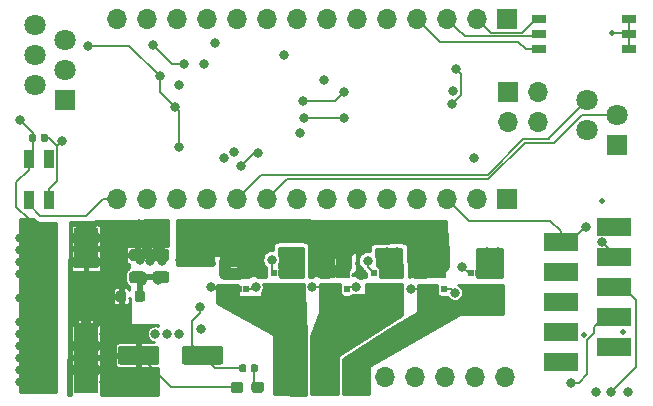
<source format=gbr>
G04 #@! TF.GenerationSoftware,KiCad,Pcbnew,5.1.2-f72e74a~84~ubuntu18.04.1*
G04 #@! TF.CreationDate,2019-09-23T02:40:17+02:00*
G04 #@! TF.ProjectId,board,626f6172-642e-46b6-9963-61645f706362,rev?*
G04 #@! TF.SameCoordinates,Original*
G04 #@! TF.FileFunction,Copper,L1,Top*
G04 #@! TF.FilePolarity,Positive*
%FSLAX46Y46*%
G04 Gerber Fmt 4.6, Leading zero omitted, Abs format (unit mm)*
G04 Created by KiCad (PCBNEW 5.1.2-f72e74a~84~ubuntu18.04.1) date 2019-09-23 02:40:17*
%MOMM*%
%LPD*%
G04 APERTURE LIST*
%ADD10O,1.700000X1.700000*%
%ADD11R,1.700000X1.700000*%
%ADD12C,0.100000*%
%ADD13C,1.600000*%
%ADD14C,0.590000*%
%ADD15C,0.875000*%
%ADD16R,3.000000X1.500000*%
%ADD17C,0.950000*%
%ADD18R,2.000000X3.500000*%
%ADD19R,2.000000X6.000000*%
%ADD20R,1.230000X0.950000*%
%ADD21R,0.500000X0.630000*%
%ADD22C,0.975000*%
%ADD23C,1.800000*%
%ADD24R,1.800000X1.800000*%
%ADD25R,1.270000X0.760000*%
%ADD26R,0.850000X1.600000*%
%ADD27C,0.800000*%
%ADD28C,0.500000*%
%ADD29C,0.300000*%
%ADD30C,0.152400*%
%ADD31C,0.500000*%
%ADD32C,1.000000*%
%ADD33C,0.254000*%
G04 APERTURE END LIST*
D10*
X108798000Y-101836000D03*
X111338000Y-101836000D03*
X113878000Y-101836000D03*
X116418000Y-101836000D03*
X118958000Y-101836000D03*
X121498000Y-101836000D03*
X124038000Y-101836000D03*
X126578000Y-101836000D03*
X129118000Y-101836000D03*
X131658000Y-101836000D03*
X134198000Y-101836000D03*
X136738000Y-101836000D03*
X139278000Y-101836000D03*
D11*
X141818000Y-101836000D03*
D12*
G36*
X112124504Y-129501204D02*
G01*
X112148773Y-129504804D01*
X112172571Y-129510765D01*
X112195671Y-129519030D01*
X112217849Y-129529520D01*
X112238893Y-129542133D01*
X112258598Y-129556747D01*
X112276777Y-129573223D01*
X112293253Y-129591402D01*
X112307867Y-129611107D01*
X112320480Y-129632151D01*
X112330970Y-129654329D01*
X112339235Y-129677429D01*
X112345196Y-129701227D01*
X112348796Y-129725496D01*
X112350000Y-129750000D01*
X112350000Y-130850000D01*
X112348796Y-130874504D01*
X112345196Y-130898773D01*
X112339235Y-130922571D01*
X112330970Y-130945671D01*
X112320480Y-130967849D01*
X112307867Y-130988893D01*
X112293253Y-131008598D01*
X112276777Y-131026777D01*
X112258598Y-131043253D01*
X112238893Y-131057867D01*
X112217849Y-131070480D01*
X112195671Y-131080970D01*
X112172571Y-131089235D01*
X112148773Y-131095196D01*
X112124504Y-131098796D01*
X112100000Y-131100000D01*
X109100000Y-131100000D01*
X109075496Y-131098796D01*
X109051227Y-131095196D01*
X109027429Y-131089235D01*
X109004329Y-131080970D01*
X108982151Y-131070480D01*
X108961107Y-131057867D01*
X108941402Y-131043253D01*
X108923223Y-131026777D01*
X108906747Y-131008598D01*
X108892133Y-130988893D01*
X108879520Y-130967849D01*
X108869030Y-130945671D01*
X108860765Y-130922571D01*
X108854804Y-130898773D01*
X108851204Y-130874504D01*
X108850000Y-130850000D01*
X108850000Y-129750000D01*
X108851204Y-129725496D01*
X108854804Y-129701227D01*
X108860765Y-129677429D01*
X108869030Y-129654329D01*
X108879520Y-129632151D01*
X108892133Y-129611107D01*
X108906747Y-129591402D01*
X108923223Y-129573223D01*
X108941402Y-129556747D01*
X108961107Y-129542133D01*
X108982151Y-129529520D01*
X109004329Y-129519030D01*
X109027429Y-129510765D01*
X109051227Y-129504804D01*
X109075496Y-129501204D01*
X109100000Y-129500000D01*
X112100000Y-129500000D01*
X112124504Y-129501204D01*
X112124504Y-129501204D01*
G37*
D13*
X110600000Y-130300000D03*
D12*
G36*
X117524504Y-129501204D02*
G01*
X117548773Y-129504804D01*
X117572571Y-129510765D01*
X117595671Y-129519030D01*
X117617849Y-129529520D01*
X117638893Y-129542133D01*
X117658598Y-129556747D01*
X117676777Y-129573223D01*
X117693253Y-129591402D01*
X117707867Y-129611107D01*
X117720480Y-129632151D01*
X117730970Y-129654329D01*
X117739235Y-129677429D01*
X117745196Y-129701227D01*
X117748796Y-129725496D01*
X117750000Y-129750000D01*
X117750000Y-130850000D01*
X117748796Y-130874504D01*
X117745196Y-130898773D01*
X117739235Y-130922571D01*
X117730970Y-130945671D01*
X117720480Y-130967849D01*
X117707867Y-130988893D01*
X117693253Y-131008598D01*
X117676777Y-131026777D01*
X117658598Y-131043253D01*
X117638893Y-131057867D01*
X117617849Y-131070480D01*
X117595671Y-131080970D01*
X117572571Y-131089235D01*
X117548773Y-131095196D01*
X117524504Y-131098796D01*
X117500000Y-131100000D01*
X114500000Y-131100000D01*
X114475496Y-131098796D01*
X114451227Y-131095196D01*
X114427429Y-131089235D01*
X114404329Y-131080970D01*
X114382151Y-131070480D01*
X114361107Y-131057867D01*
X114341402Y-131043253D01*
X114323223Y-131026777D01*
X114306747Y-131008598D01*
X114292133Y-130988893D01*
X114279520Y-130967849D01*
X114269030Y-130945671D01*
X114260765Y-130922571D01*
X114254804Y-130898773D01*
X114251204Y-130874504D01*
X114250000Y-130850000D01*
X114250000Y-129750000D01*
X114251204Y-129725496D01*
X114254804Y-129701227D01*
X114260765Y-129677429D01*
X114269030Y-129654329D01*
X114279520Y-129632151D01*
X114292133Y-129611107D01*
X114306747Y-129591402D01*
X114323223Y-129573223D01*
X114341402Y-129556747D01*
X114361107Y-129542133D01*
X114382151Y-129529520D01*
X114404329Y-129519030D01*
X114427429Y-129510765D01*
X114451227Y-129504804D01*
X114475496Y-129501204D01*
X114500000Y-129500000D01*
X117500000Y-129500000D01*
X117524504Y-129501204D01*
X117524504Y-129501204D01*
G37*
D13*
X116000000Y-130300000D03*
D12*
G36*
X101791958Y-111580710D02*
G01*
X101806276Y-111582834D01*
X101820317Y-111586351D01*
X101833946Y-111591228D01*
X101847031Y-111597417D01*
X101859447Y-111604858D01*
X101871073Y-111613481D01*
X101881798Y-111623202D01*
X101891519Y-111633927D01*
X101900142Y-111645553D01*
X101907583Y-111657969D01*
X101913772Y-111671054D01*
X101918649Y-111684683D01*
X101922166Y-111698724D01*
X101924290Y-111713042D01*
X101925000Y-111727500D01*
X101925000Y-112072500D01*
X101924290Y-112086958D01*
X101922166Y-112101276D01*
X101918649Y-112115317D01*
X101913772Y-112128946D01*
X101907583Y-112142031D01*
X101900142Y-112154447D01*
X101891519Y-112166073D01*
X101881798Y-112176798D01*
X101871073Y-112186519D01*
X101859447Y-112195142D01*
X101847031Y-112202583D01*
X101833946Y-112208772D01*
X101820317Y-112213649D01*
X101806276Y-112217166D01*
X101791958Y-112219290D01*
X101777500Y-112220000D01*
X101482500Y-112220000D01*
X101468042Y-112219290D01*
X101453724Y-112217166D01*
X101439683Y-112213649D01*
X101426054Y-112208772D01*
X101412969Y-112202583D01*
X101400553Y-112195142D01*
X101388927Y-112186519D01*
X101378202Y-112176798D01*
X101368481Y-112166073D01*
X101359858Y-112154447D01*
X101352417Y-112142031D01*
X101346228Y-112128946D01*
X101341351Y-112115317D01*
X101337834Y-112101276D01*
X101335710Y-112086958D01*
X101335000Y-112072500D01*
X101335000Y-111727500D01*
X101335710Y-111713042D01*
X101337834Y-111698724D01*
X101341351Y-111684683D01*
X101346228Y-111671054D01*
X101352417Y-111657969D01*
X101359858Y-111645553D01*
X101368481Y-111633927D01*
X101378202Y-111623202D01*
X101388927Y-111613481D01*
X101400553Y-111604858D01*
X101412969Y-111597417D01*
X101426054Y-111591228D01*
X101439683Y-111586351D01*
X101453724Y-111582834D01*
X101468042Y-111580710D01*
X101482500Y-111580000D01*
X101777500Y-111580000D01*
X101791958Y-111580710D01*
X101791958Y-111580710D01*
G37*
D14*
X101630000Y-111900000D03*
D12*
G36*
X102761958Y-111580710D02*
G01*
X102776276Y-111582834D01*
X102790317Y-111586351D01*
X102803946Y-111591228D01*
X102817031Y-111597417D01*
X102829447Y-111604858D01*
X102841073Y-111613481D01*
X102851798Y-111623202D01*
X102861519Y-111633927D01*
X102870142Y-111645553D01*
X102877583Y-111657969D01*
X102883772Y-111671054D01*
X102888649Y-111684683D01*
X102892166Y-111698724D01*
X102894290Y-111713042D01*
X102895000Y-111727500D01*
X102895000Y-112072500D01*
X102894290Y-112086958D01*
X102892166Y-112101276D01*
X102888649Y-112115317D01*
X102883772Y-112128946D01*
X102877583Y-112142031D01*
X102870142Y-112154447D01*
X102861519Y-112166073D01*
X102851798Y-112176798D01*
X102841073Y-112186519D01*
X102829447Y-112195142D01*
X102817031Y-112202583D01*
X102803946Y-112208772D01*
X102790317Y-112213649D01*
X102776276Y-112217166D01*
X102761958Y-112219290D01*
X102747500Y-112220000D01*
X102452500Y-112220000D01*
X102438042Y-112219290D01*
X102423724Y-112217166D01*
X102409683Y-112213649D01*
X102396054Y-112208772D01*
X102382969Y-112202583D01*
X102370553Y-112195142D01*
X102358927Y-112186519D01*
X102348202Y-112176798D01*
X102338481Y-112166073D01*
X102329858Y-112154447D01*
X102322417Y-112142031D01*
X102316228Y-112128946D01*
X102311351Y-112115317D01*
X102307834Y-112101276D01*
X102305710Y-112086958D01*
X102305000Y-112072500D01*
X102305000Y-111727500D01*
X102305710Y-111713042D01*
X102307834Y-111698724D01*
X102311351Y-111684683D01*
X102316228Y-111671054D01*
X102322417Y-111657969D01*
X102329858Y-111645553D01*
X102338481Y-111633927D01*
X102348202Y-111623202D01*
X102358927Y-111613481D01*
X102370553Y-111604858D01*
X102382969Y-111597417D01*
X102396054Y-111591228D01*
X102409683Y-111586351D01*
X102423724Y-111582834D01*
X102438042Y-111580710D01*
X102452500Y-111580000D01*
X102747500Y-111580000D01*
X102761958Y-111580710D01*
X102761958Y-111580710D01*
G37*
D14*
X102600000Y-111900000D03*
D11*
X141818000Y-117036000D03*
D10*
X139278000Y-117036000D03*
X136738000Y-117036000D03*
X134198000Y-117036000D03*
X131658000Y-117036000D03*
X129118000Y-117036000D03*
X126578000Y-117036000D03*
X124038000Y-117036000D03*
X121498000Y-117036000D03*
X118958000Y-117036000D03*
X116418000Y-117036000D03*
X113878000Y-117036000D03*
X111338000Y-117036000D03*
X108798000Y-117036000D03*
D12*
G36*
X110927691Y-124826053D02*
G01*
X110948926Y-124829203D01*
X110969750Y-124834419D01*
X110989962Y-124841651D01*
X111009368Y-124850830D01*
X111027781Y-124861866D01*
X111045024Y-124874654D01*
X111060930Y-124889070D01*
X111075346Y-124904976D01*
X111088134Y-124922219D01*
X111099170Y-124940632D01*
X111108349Y-124960038D01*
X111115581Y-124980250D01*
X111120797Y-125001074D01*
X111123947Y-125022309D01*
X111125000Y-125043750D01*
X111125000Y-125556250D01*
X111123947Y-125577691D01*
X111120797Y-125598926D01*
X111115581Y-125619750D01*
X111108349Y-125639962D01*
X111099170Y-125659368D01*
X111088134Y-125677781D01*
X111075346Y-125695024D01*
X111060930Y-125710930D01*
X111045024Y-125725346D01*
X111027781Y-125738134D01*
X111009368Y-125749170D01*
X110989962Y-125758349D01*
X110969750Y-125765581D01*
X110948926Y-125770797D01*
X110927691Y-125773947D01*
X110906250Y-125775000D01*
X110468750Y-125775000D01*
X110447309Y-125773947D01*
X110426074Y-125770797D01*
X110405250Y-125765581D01*
X110385038Y-125758349D01*
X110365632Y-125749170D01*
X110347219Y-125738134D01*
X110329976Y-125725346D01*
X110314070Y-125710930D01*
X110299654Y-125695024D01*
X110286866Y-125677781D01*
X110275830Y-125659368D01*
X110266651Y-125639962D01*
X110259419Y-125619750D01*
X110254203Y-125598926D01*
X110251053Y-125577691D01*
X110250000Y-125556250D01*
X110250000Y-125043750D01*
X110251053Y-125022309D01*
X110254203Y-125001074D01*
X110259419Y-124980250D01*
X110266651Y-124960038D01*
X110275830Y-124940632D01*
X110286866Y-124922219D01*
X110299654Y-124904976D01*
X110314070Y-124889070D01*
X110329976Y-124874654D01*
X110347219Y-124861866D01*
X110365632Y-124850830D01*
X110385038Y-124841651D01*
X110405250Y-124834419D01*
X110426074Y-124829203D01*
X110447309Y-124826053D01*
X110468750Y-124825000D01*
X110906250Y-124825000D01*
X110927691Y-124826053D01*
X110927691Y-124826053D01*
G37*
D15*
X110687500Y-125300000D03*
D12*
G36*
X109352691Y-124826053D02*
G01*
X109373926Y-124829203D01*
X109394750Y-124834419D01*
X109414962Y-124841651D01*
X109434368Y-124850830D01*
X109452781Y-124861866D01*
X109470024Y-124874654D01*
X109485930Y-124889070D01*
X109500346Y-124904976D01*
X109513134Y-124922219D01*
X109524170Y-124940632D01*
X109533349Y-124960038D01*
X109540581Y-124980250D01*
X109545797Y-125001074D01*
X109548947Y-125022309D01*
X109550000Y-125043750D01*
X109550000Y-125556250D01*
X109548947Y-125577691D01*
X109545797Y-125598926D01*
X109540581Y-125619750D01*
X109533349Y-125639962D01*
X109524170Y-125659368D01*
X109513134Y-125677781D01*
X109500346Y-125695024D01*
X109485930Y-125710930D01*
X109470024Y-125725346D01*
X109452781Y-125738134D01*
X109434368Y-125749170D01*
X109414962Y-125758349D01*
X109394750Y-125765581D01*
X109373926Y-125770797D01*
X109352691Y-125773947D01*
X109331250Y-125775000D01*
X108893750Y-125775000D01*
X108872309Y-125773947D01*
X108851074Y-125770797D01*
X108830250Y-125765581D01*
X108810038Y-125758349D01*
X108790632Y-125749170D01*
X108772219Y-125738134D01*
X108754976Y-125725346D01*
X108739070Y-125710930D01*
X108724654Y-125695024D01*
X108711866Y-125677781D01*
X108700830Y-125659368D01*
X108691651Y-125639962D01*
X108684419Y-125619750D01*
X108679203Y-125598926D01*
X108676053Y-125577691D01*
X108675000Y-125556250D01*
X108675000Y-125043750D01*
X108676053Y-125022309D01*
X108679203Y-125001074D01*
X108684419Y-124980250D01*
X108691651Y-124960038D01*
X108700830Y-124940632D01*
X108711866Y-124922219D01*
X108724654Y-124904976D01*
X108739070Y-124889070D01*
X108754976Y-124874654D01*
X108772219Y-124861866D01*
X108790632Y-124850830D01*
X108810038Y-124841651D01*
X108830250Y-124834419D01*
X108851074Y-124829203D01*
X108872309Y-124826053D01*
X108893750Y-124825000D01*
X109331250Y-124825000D01*
X109352691Y-124826053D01*
X109352691Y-124826053D01*
G37*
D15*
X109112500Y-125300000D03*
D16*
X146343000Y-130837000D03*
X146343000Y-128297000D03*
X146343000Y-125757000D03*
X146343000Y-123217000D03*
X146343000Y-120677000D03*
X150843000Y-129567000D03*
X150843000Y-127027000D03*
X150843000Y-124487000D03*
X150843000Y-121947000D03*
X150843000Y-119407000D03*
D10*
X141580000Y-132100000D03*
X139040000Y-132100000D03*
X136500000Y-132100000D03*
X133960000Y-132100000D03*
X131420000Y-132100000D03*
X128880000Y-132100000D03*
X126340000Y-132100000D03*
D11*
X123800000Y-132100000D03*
D12*
G36*
X119235779Y-132526144D02*
G01*
X119258834Y-132529563D01*
X119281443Y-132535227D01*
X119303387Y-132543079D01*
X119324457Y-132553044D01*
X119344448Y-132565026D01*
X119363168Y-132578910D01*
X119380438Y-132594562D01*
X119396090Y-132611832D01*
X119409974Y-132630552D01*
X119421956Y-132650543D01*
X119431921Y-132671613D01*
X119439773Y-132693557D01*
X119445437Y-132716166D01*
X119448856Y-132739221D01*
X119450000Y-132762500D01*
X119450000Y-133237500D01*
X119448856Y-133260779D01*
X119445437Y-133283834D01*
X119439773Y-133306443D01*
X119431921Y-133328387D01*
X119421956Y-133349457D01*
X119409974Y-133369448D01*
X119396090Y-133388168D01*
X119380438Y-133405438D01*
X119363168Y-133421090D01*
X119344448Y-133434974D01*
X119324457Y-133446956D01*
X119303387Y-133456921D01*
X119281443Y-133464773D01*
X119258834Y-133470437D01*
X119235779Y-133473856D01*
X119212500Y-133475000D01*
X118637500Y-133475000D01*
X118614221Y-133473856D01*
X118591166Y-133470437D01*
X118568557Y-133464773D01*
X118546613Y-133456921D01*
X118525543Y-133446956D01*
X118505552Y-133434974D01*
X118486832Y-133421090D01*
X118469562Y-133405438D01*
X118453910Y-133388168D01*
X118440026Y-133369448D01*
X118428044Y-133349457D01*
X118418079Y-133328387D01*
X118410227Y-133306443D01*
X118404563Y-133283834D01*
X118401144Y-133260779D01*
X118400000Y-133237500D01*
X118400000Y-132762500D01*
X118401144Y-132739221D01*
X118404563Y-132716166D01*
X118410227Y-132693557D01*
X118418079Y-132671613D01*
X118428044Y-132650543D01*
X118440026Y-132630552D01*
X118453910Y-132611832D01*
X118469562Y-132594562D01*
X118486832Y-132578910D01*
X118505552Y-132565026D01*
X118525543Y-132553044D01*
X118546613Y-132543079D01*
X118568557Y-132535227D01*
X118591166Y-132529563D01*
X118614221Y-132526144D01*
X118637500Y-132525000D01*
X119212500Y-132525000D01*
X119235779Y-132526144D01*
X119235779Y-132526144D01*
G37*
D17*
X118925000Y-133000000D03*
D12*
G36*
X120985779Y-132526144D02*
G01*
X121008834Y-132529563D01*
X121031443Y-132535227D01*
X121053387Y-132543079D01*
X121074457Y-132553044D01*
X121094448Y-132565026D01*
X121113168Y-132578910D01*
X121130438Y-132594562D01*
X121146090Y-132611832D01*
X121159974Y-132630552D01*
X121171956Y-132650543D01*
X121181921Y-132671613D01*
X121189773Y-132693557D01*
X121195437Y-132716166D01*
X121198856Y-132739221D01*
X121200000Y-132762500D01*
X121200000Y-133237500D01*
X121198856Y-133260779D01*
X121195437Y-133283834D01*
X121189773Y-133306443D01*
X121181921Y-133328387D01*
X121171956Y-133349457D01*
X121159974Y-133369448D01*
X121146090Y-133388168D01*
X121130438Y-133405438D01*
X121113168Y-133421090D01*
X121094448Y-133434974D01*
X121074457Y-133446956D01*
X121053387Y-133456921D01*
X121031443Y-133464773D01*
X121008834Y-133470437D01*
X120985779Y-133473856D01*
X120962500Y-133475000D01*
X120387500Y-133475000D01*
X120364221Y-133473856D01*
X120341166Y-133470437D01*
X120318557Y-133464773D01*
X120296613Y-133456921D01*
X120275543Y-133446956D01*
X120255552Y-133434974D01*
X120236832Y-133421090D01*
X120219562Y-133405438D01*
X120203910Y-133388168D01*
X120190026Y-133369448D01*
X120178044Y-133349457D01*
X120168079Y-133328387D01*
X120160227Y-133306443D01*
X120154563Y-133283834D01*
X120151144Y-133260779D01*
X120150000Y-133237500D01*
X120150000Y-132762500D01*
X120151144Y-132739221D01*
X120154563Y-132716166D01*
X120160227Y-132693557D01*
X120168079Y-132671613D01*
X120178044Y-132650543D01*
X120190026Y-132630552D01*
X120203910Y-132611832D01*
X120219562Y-132594562D01*
X120236832Y-132578910D01*
X120255552Y-132565026D01*
X120275543Y-132553044D01*
X120296613Y-132543079D01*
X120318557Y-132535227D01*
X120341166Y-132529563D01*
X120364221Y-132526144D01*
X120387500Y-132525000D01*
X120962500Y-132525000D01*
X120985779Y-132526144D01*
X120985779Y-132526144D01*
G37*
D17*
X120675000Y-133000000D03*
D12*
G36*
X119576958Y-131080710D02*
G01*
X119591276Y-131082834D01*
X119605317Y-131086351D01*
X119618946Y-131091228D01*
X119632031Y-131097417D01*
X119644447Y-131104858D01*
X119656073Y-131113481D01*
X119666798Y-131123202D01*
X119676519Y-131133927D01*
X119685142Y-131145553D01*
X119692583Y-131157969D01*
X119698772Y-131171054D01*
X119703649Y-131184683D01*
X119707166Y-131198724D01*
X119709290Y-131213042D01*
X119710000Y-131227500D01*
X119710000Y-131572500D01*
X119709290Y-131586958D01*
X119707166Y-131601276D01*
X119703649Y-131615317D01*
X119698772Y-131628946D01*
X119692583Y-131642031D01*
X119685142Y-131654447D01*
X119676519Y-131666073D01*
X119666798Y-131676798D01*
X119656073Y-131686519D01*
X119644447Y-131695142D01*
X119632031Y-131702583D01*
X119618946Y-131708772D01*
X119605317Y-131713649D01*
X119591276Y-131717166D01*
X119576958Y-131719290D01*
X119562500Y-131720000D01*
X119267500Y-131720000D01*
X119253042Y-131719290D01*
X119238724Y-131717166D01*
X119224683Y-131713649D01*
X119211054Y-131708772D01*
X119197969Y-131702583D01*
X119185553Y-131695142D01*
X119173927Y-131686519D01*
X119163202Y-131676798D01*
X119153481Y-131666073D01*
X119144858Y-131654447D01*
X119137417Y-131642031D01*
X119131228Y-131628946D01*
X119126351Y-131615317D01*
X119122834Y-131601276D01*
X119120710Y-131586958D01*
X119120000Y-131572500D01*
X119120000Y-131227500D01*
X119120710Y-131213042D01*
X119122834Y-131198724D01*
X119126351Y-131184683D01*
X119131228Y-131171054D01*
X119137417Y-131157969D01*
X119144858Y-131145553D01*
X119153481Y-131133927D01*
X119163202Y-131123202D01*
X119173927Y-131113481D01*
X119185553Y-131104858D01*
X119197969Y-131097417D01*
X119211054Y-131091228D01*
X119224683Y-131086351D01*
X119238724Y-131082834D01*
X119253042Y-131080710D01*
X119267500Y-131080000D01*
X119562500Y-131080000D01*
X119576958Y-131080710D01*
X119576958Y-131080710D01*
G37*
D14*
X119415000Y-131400000D03*
D12*
G36*
X120546958Y-131080710D02*
G01*
X120561276Y-131082834D01*
X120575317Y-131086351D01*
X120588946Y-131091228D01*
X120602031Y-131097417D01*
X120614447Y-131104858D01*
X120626073Y-131113481D01*
X120636798Y-131123202D01*
X120646519Y-131133927D01*
X120655142Y-131145553D01*
X120662583Y-131157969D01*
X120668772Y-131171054D01*
X120673649Y-131184683D01*
X120677166Y-131198724D01*
X120679290Y-131213042D01*
X120680000Y-131227500D01*
X120680000Y-131572500D01*
X120679290Y-131586958D01*
X120677166Y-131601276D01*
X120673649Y-131615317D01*
X120668772Y-131628946D01*
X120662583Y-131642031D01*
X120655142Y-131654447D01*
X120646519Y-131666073D01*
X120636798Y-131676798D01*
X120626073Y-131686519D01*
X120614447Y-131695142D01*
X120602031Y-131702583D01*
X120588946Y-131708772D01*
X120575317Y-131713649D01*
X120561276Y-131717166D01*
X120546958Y-131719290D01*
X120532500Y-131720000D01*
X120237500Y-131720000D01*
X120223042Y-131719290D01*
X120208724Y-131717166D01*
X120194683Y-131713649D01*
X120181054Y-131708772D01*
X120167969Y-131702583D01*
X120155553Y-131695142D01*
X120143927Y-131686519D01*
X120133202Y-131676798D01*
X120123481Y-131666073D01*
X120114858Y-131654447D01*
X120107417Y-131642031D01*
X120101228Y-131628946D01*
X120096351Y-131615317D01*
X120092834Y-131601276D01*
X120090710Y-131586958D01*
X120090000Y-131572500D01*
X120090000Y-131227500D01*
X120090710Y-131213042D01*
X120092834Y-131198724D01*
X120096351Y-131184683D01*
X120101228Y-131171054D01*
X120107417Y-131157969D01*
X120114858Y-131145553D01*
X120123481Y-131133927D01*
X120133202Y-131123202D01*
X120143927Y-131113481D01*
X120155553Y-131104858D01*
X120167969Y-131097417D01*
X120181054Y-131091228D01*
X120194683Y-131086351D01*
X120208724Y-131082834D01*
X120223042Y-131080710D01*
X120237500Y-131080000D01*
X120532500Y-131080000D01*
X120546958Y-131080710D01*
X120546958Y-131080710D01*
G37*
D14*
X120385000Y-131400000D03*
D18*
X106140000Y-121242000D03*
D19*
X106140000Y-130492000D03*
X102140000Y-130492000D03*
D18*
X102140000Y-121242000D03*
D20*
X134835000Y-123340000D03*
X136055000Y-123340000D03*
X134835000Y-122390000D03*
X136055000Y-122390000D03*
D21*
X134475000Y-121810000D03*
X135115000Y-121810000D03*
X135775000Y-121810000D03*
X136415000Y-121810000D03*
X136415000Y-124690000D03*
X135775000Y-124690000D03*
X135115000Y-124690000D03*
X134475000Y-124690000D03*
D20*
X140310000Y-124710000D03*
X139090000Y-124710000D03*
X140310000Y-125660000D03*
X139090000Y-125660000D03*
D21*
X140670000Y-126240000D03*
X140030000Y-126240000D03*
X139370000Y-126240000D03*
X138730000Y-126240000D03*
X138730000Y-123360000D03*
X139370000Y-123360000D03*
X140030000Y-123360000D03*
X140670000Y-123360000D03*
D20*
X132110000Y-124710000D03*
X130890000Y-124710000D03*
X132110000Y-125660000D03*
X130890000Y-125660000D03*
D21*
X132470000Y-126240000D03*
X131830000Y-126240000D03*
X131170000Y-126240000D03*
X130530000Y-126240000D03*
X130530000Y-123360000D03*
X131170000Y-123360000D03*
X131830000Y-123360000D03*
X132470000Y-123360000D03*
D20*
X118140000Y-123340000D03*
X119360000Y-123340000D03*
X118140000Y-122390000D03*
X119360000Y-122390000D03*
D21*
X117780000Y-121810000D03*
X118420000Y-121810000D03*
X119080000Y-121810000D03*
X119720000Y-121810000D03*
X119720000Y-124690000D03*
X119080000Y-124690000D03*
X118420000Y-124690000D03*
X117780000Y-124690000D03*
D20*
X126640000Y-123340000D03*
X127860000Y-123340000D03*
X126640000Y-122390000D03*
X127860000Y-122390000D03*
D21*
X126280000Y-121810000D03*
X126920000Y-121810000D03*
X127580000Y-121810000D03*
X128220000Y-121810000D03*
X128220000Y-124690000D03*
X127580000Y-124690000D03*
X126920000Y-124690000D03*
X126280000Y-124690000D03*
D20*
X123610000Y-124710000D03*
X122390000Y-124710000D03*
X123610000Y-125660000D03*
X122390000Y-125660000D03*
D21*
X123970000Y-126240000D03*
X123330000Y-126240000D03*
X122670000Y-126240000D03*
X122030000Y-126240000D03*
X122030000Y-123360000D03*
X122670000Y-123360000D03*
X123330000Y-123360000D03*
X123970000Y-123360000D03*
D12*
G36*
X112980142Y-123201174D02*
G01*
X113003803Y-123204684D01*
X113027007Y-123210496D01*
X113049529Y-123218554D01*
X113071153Y-123228782D01*
X113091670Y-123241079D01*
X113110883Y-123255329D01*
X113128607Y-123271393D01*
X113144671Y-123289117D01*
X113158921Y-123308330D01*
X113171218Y-123328847D01*
X113181446Y-123350471D01*
X113189504Y-123372993D01*
X113195316Y-123396197D01*
X113198826Y-123419858D01*
X113200000Y-123443750D01*
X113200000Y-123931250D01*
X113198826Y-123955142D01*
X113195316Y-123978803D01*
X113189504Y-124002007D01*
X113181446Y-124024529D01*
X113171218Y-124046153D01*
X113158921Y-124066670D01*
X113144671Y-124085883D01*
X113128607Y-124103607D01*
X113110883Y-124119671D01*
X113091670Y-124133921D01*
X113071153Y-124146218D01*
X113049529Y-124156446D01*
X113027007Y-124164504D01*
X113003803Y-124170316D01*
X112980142Y-124173826D01*
X112956250Y-124175000D01*
X112043750Y-124175000D01*
X112019858Y-124173826D01*
X111996197Y-124170316D01*
X111972993Y-124164504D01*
X111950471Y-124156446D01*
X111928847Y-124146218D01*
X111908330Y-124133921D01*
X111889117Y-124119671D01*
X111871393Y-124103607D01*
X111855329Y-124085883D01*
X111841079Y-124066670D01*
X111828782Y-124046153D01*
X111818554Y-124024529D01*
X111810496Y-124002007D01*
X111804684Y-123978803D01*
X111801174Y-123955142D01*
X111800000Y-123931250D01*
X111800000Y-123443750D01*
X111801174Y-123419858D01*
X111804684Y-123396197D01*
X111810496Y-123372993D01*
X111818554Y-123350471D01*
X111828782Y-123328847D01*
X111841079Y-123308330D01*
X111855329Y-123289117D01*
X111871393Y-123271393D01*
X111889117Y-123255329D01*
X111908330Y-123241079D01*
X111928847Y-123228782D01*
X111950471Y-123218554D01*
X111972993Y-123210496D01*
X111996197Y-123204684D01*
X112019858Y-123201174D01*
X112043750Y-123200000D01*
X112956250Y-123200000D01*
X112980142Y-123201174D01*
X112980142Y-123201174D01*
G37*
D22*
X112500000Y-123687500D03*
D12*
G36*
X112980142Y-121326174D02*
G01*
X113003803Y-121329684D01*
X113027007Y-121335496D01*
X113049529Y-121343554D01*
X113071153Y-121353782D01*
X113091670Y-121366079D01*
X113110883Y-121380329D01*
X113128607Y-121396393D01*
X113144671Y-121414117D01*
X113158921Y-121433330D01*
X113171218Y-121453847D01*
X113181446Y-121475471D01*
X113189504Y-121497993D01*
X113195316Y-121521197D01*
X113198826Y-121544858D01*
X113200000Y-121568750D01*
X113200000Y-122056250D01*
X113198826Y-122080142D01*
X113195316Y-122103803D01*
X113189504Y-122127007D01*
X113181446Y-122149529D01*
X113171218Y-122171153D01*
X113158921Y-122191670D01*
X113144671Y-122210883D01*
X113128607Y-122228607D01*
X113110883Y-122244671D01*
X113091670Y-122258921D01*
X113071153Y-122271218D01*
X113049529Y-122281446D01*
X113027007Y-122289504D01*
X113003803Y-122295316D01*
X112980142Y-122298826D01*
X112956250Y-122300000D01*
X112043750Y-122300000D01*
X112019858Y-122298826D01*
X111996197Y-122295316D01*
X111972993Y-122289504D01*
X111950471Y-122281446D01*
X111928847Y-122271218D01*
X111908330Y-122258921D01*
X111889117Y-122244671D01*
X111871393Y-122228607D01*
X111855329Y-122210883D01*
X111841079Y-122191670D01*
X111828782Y-122171153D01*
X111818554Y-122149529D01*
X111810496Y-122127007D01*
X111804684Y-122103803D01*
X111801174Y-122080142D01*
X111800000Y-122056250D01*
X111800000Y-121568750D01*
X111801174Y-121544858D01*
X111804684Y-121521197D01*
X111810496Y-121497993D01*
X111818554Y-121475471D01*
X111828782Y-121453847D01*
X111841079Y-121433330D01*
X111855329Y-121414117D01*
X111871393Y-121396393D01*
X111889117Y-121380329D01*
X111908330Y-121366079D01*
X111928847Y-121353782D01*
X111950471Y-121343554D01*
X111972993Y-121335496D01*
X111996197Y-121329684D01*
X112019858Y-121326174D01*
X112043750Y-121325000D01*
X112956250Y-121325000D01*
X112980142Y-121326174D01*
X112980142Y-121326174D01*
G37*
D22*
X112500000Y-121812500D03*
D12*
G36*
X110980142Y-123201174D02*
G01*
X111003803Y-123204684D01*
X111027007Y-123210496D01*
X111049529Y-123218554D01*
X111071153Y-123228782D01*
X111091670Y-123241079D01*
X111110883Y-123255329D01*
X111128607Y-123271393D01*
X111144671Y-123289117D01*
X111158921Y-123308330D01*
X111171218Y-123328847D01*
X111181446Y-123350471D01*
X111189504Y-123372993D01*
X111195316Y-123396197D01*
X111198826Y-123419858D01*
X111200000Y-123443750D01*
X111200000Y-123931250D01*
X111198826Y-123955142D01*
X111195316Y-123978803D01*
X111189504Y-124002007D01*
X111181446Y-124024529D01*
X111171218Y-124046153D01*
X111158921Y-124066670D01*
X111144671Y-124085883D01*
X111128607Y-124103607D01*
X111110883Y-124119671D01*
X111091670Y-124133921D01*
X111071153Y-124146218D01*
X111049529Y-124156446D01*
X111027007Y-124164504D01*
X111003803Y-124170316D01*
X110980142Y-124173826D01*
X110956250Y-124175000D01*
X110043750Y-124175000D01*
X110019858Y-124173826D01*
X109996197Y-124170316D01*
X109972993Y-124164504D01*
X109950471Y-124156446D01*
X109928847Y-124146218D01*
X109908330Y-124133921D01*
X109889117Y-124119671D01*
X109871393Y-124103607D01*
X109855329Y-124085883D01*
X109841079Y-124066670D01*
X109828782Y-124046153D01*
X109818554Y-124024529D01*
X109810496Y-124002007D01*
X109804684Y-123978803D01*
X109801174Y-123955142D01*
X109800000Y-123931250D01*
X109800000Y-123443750D01*
X109801174Y-123419858D01*
X109804684Y-123396197D01*
X109810496Y-123372993D01*
X109818554Y-123350471D01*
X109828782Y-123328847D01*
X109841079Y-123308330D01*
X109855329Y-123289117D01*
X109871393Y-123271393D01*
X109889117Y-123255329D01*
X109908330Y-123241079D01*
X109928847Y-123228782D01*
X109950471Y-123218554D01*
X109972993Y-123210496D01*
X109996197Y-123204684D01*
X110019858Y-123201174D01*
X110043750Y-123200000D01*
X110956250Y-123200000D01*
X110980142Y-123201174D01*
X110980142Y-123201174D01*
G37*
D22*
X110500000Y-123687500D03*
D12*
G36*
X110980142Y-121326174D02*
G01*
X111003803Y-121329684D01*
X111027007Y-121335496D01*
X111049529Y-121343554D01*
X111071153Y-121353782D01*
X111091670Y-121366079D01*
X111110883Y-121380329D01*
X111128607Y-121396393D01*
X111144671Y-121414117D01*
X111158921Y-121433330D01*
X111171218Y-121453847D01*
X111181446Y-121475471D01*
X111189504Y-121497993D01*
X111195316Y-121521197D01*
X111198826Y-121544858D01*
X111200000Y-121568750D01*
X111200000Y-122056250D01*
X111198826Y-122080142D01*
X111195316Y-122103803D01*
X111189504Y-122127007D01*
X111181446Y-122149529D01*
X111171218Y-122171153D01*
X111158921Y-122191670D01*
X111144671Y-122210883D01*
X111128607Y-122228607D01*
X111110883Y-122244671D01*
X111091670Y-122258921D01*
X111071153Y-122271218D01*
X111049529Y-122281446D01*
X111027007Y-122289504D01*
X111003803Y-122295316D01*
X110980142Y-122298826D01*
X110956250Y-122300000D01*
X110043750Y-122300000D01*
X110019858Y-122298826D01*
X109996197Y-122295316D01*
X109972993Y-122289504D01*
X109950471Y-122281446D01*
X109928847Y-122271218D01*
X109908330Y-122258921D01*
X109889117Y-122244671D01*
X109871393Y-122228607D01*
X109855329Y-122210883D01*
X109841079Y-122191670D01*
X109828782Y-122171153D01*
X109818554Y-122149529D01*
X109810496Y-122127007D01*
X109804684Y-122103803D01*
X109801174Y-122080142D01*
X109800000Y-122056250D01*
X109800000Y-121568750D01*
X109801174Y-121544858D01*
X109804684Y-121521197D01*
X109810496Y-121497993D01*
X109818554Y-121475471D01*
X109828782Y-121453847D01*
X109841079Y-121433330D01*
X109855329Y-121414117D01*
X109871393Y-121396393D01*
X109889117Y-121380329D01*
X109908330Y-121366079D01*
X109928847Y-121353782D01*
X109950471Y-121343554D01*
X109972993Y-121335496D01*
X109996197Y-121329684D01*
X110019858Y-121326174D01*
X110043750Y-121325000D01*
X110956250Y-121325000D01*
X110980142Y-121326174D01*
X110980142Y-121326174D01*
G37*
D22*
X110500000Y-121812500D03*
D23*
X101854000Y-102362000D03*
X104394000Y-103632000D03*
D24*
X104394000Y-108712000D03*
D23*
X101854000Y-107442000D03*
X104394000Y-106172000D03*
X101854000Y-104902000D03*
D24*
X151070000Y-112505000D03*
D23*
X148530000Y-111235000D03*
X151070000Y-109965000D03*
X148530000Y-108695000D03*
D25*
X144490000Y-101830000D03*
X152110000Y-104370000D03*
X144490000Y-103100000D03*
X152110000Y-103100000D03*
X144490000Y-104370000D03*
X152110000Y-101830000D03*
D26*
X101275000Y-117150000D03*
X103025000Y-117150000D03*
X101275000Y-113650000D03*
X103025000Y-113650000D03*
D11*
X141900000Y-108000000D03*
D10*
X144440000Y-108000000D03*
X141900000Y-110540000D03*
X144440000Y-110540000D03*
D27*
X115800000Y-126200000D03*
X110900000Y-124000000D03*
X112200000Y-123900000D03*
X112600000Y-122300000D03*
X111600000Y-122300000D03*
X110700000Y-122200000D03*
X112100000Y-121600000D03*
X111200000Y-121500000D03*
X112500000Y-120800000D03*
X111600000Y-120800000D03*
X110700000Y-120800000D03*
X112000000Y-120000000D03*
X111100000Y-120000000D03*
X112400000Y-119200000D03*
X111500000Y-119200000D03*
X110600000Y-119200000D03*
X115900000Y-122250000D03*
X115000000Y-122200000D03*
X114100000Y-122200000D03*
X115450000Y-121450000D03*
X114600000Y-121450000D03*
X115850000Y-120700000D03*
X115000000Y-120700000D03*
X114150000Y-120700000D03*
X115450000Y-119950000D03*
X114600000Y-119950000D03*
X115850000Y-119200000D03*
X115000000Y-119200000D03*
X114150000Y-119200000D03*
X107188000Y-122428000D03*
X106680000Y-119380000D03*
X106680000Y-121412000D03*
X107188000Y-120396000D03*
X105664000Y-121412000D03*
X105664000Y-119380000D03*
X108204000Y-122428000D03*
X107696000Y-121412000D03*
X108331000Y-120396000D03*
X107696000Y-119380000D03*
X108966000Y-121412000D03*
X106172000Y-122428000D03*
X106172000Y-120396000D03*
X105156000Y-120396000D03*
X105156000Y-122428000D03*
X107188000Y-127508000D03*
X107188000Y-129540000D03*
X107696000Y-128524000D03*
X107696000Y-130556000D03*
X107188000Y-131572000D03*
X106680000Y-132588000D03*
X105664000Y-132588000D03*
X105156000Y-131572000D03*
X105156000Y-129540000D03*
X105664000Y-130556000D03*
X106172000Y-131572000D03*
X106680000Y-130556000D03*
X106172000Y-129540000D03*
X106680000Y-128524000D03*
X105664000Y-128524000D03*
X106172000Y-127508000D03*
X105156000Y-127508000D03*
X107696000Y-132588000D03*
X126300000Y-107000000D03*
X114000000Y-107400000D03*
X117100000Y-103828600D03*
X148500000Y-119400000D03*
X115900000Y-128100000D03*
X112371400Y-106671400D03*
X106300000Y-104100000D03*
X113700000Y-109300000D03*
X116100000Y-105600000D03*
X114000000Y-112700000D03*
X140500000Y-122400000D03*
X140100000Y-121600000D03*
X141000000Y-121600000D03*
X139600000Y-122400000D03*
X132500000Y-121600000D03*
X131200000Y-122400000D03*
X132100000Y-122400000D03*
X131600000Y-121600000D03*
X122900000Y-122400000D03*
X123700000Y-122400000D03*
X123300000Y-121600000D03*
X124100000Y-121600000D03*
D28*
X150660100Y-103047800D03*
X149863000Y-117248000D03*
X151641000Y-128297000D03*
D27*
X100584000Y-123444000D03*
X101600000Y-123444000D03*
X102616000Y-123444000D03*
X101092000Y-124460000D03*
X102108000Y-124460000D03*
X100584000Y-125476000D03*
X101600000Y-125476000D03*
X102616000Y-125476000D03*
X101092000Y-126492000D03*
X102108000Y-126492000D03*
X100584000Y-127508000D03*
X100584000Y-128524000D03*
X100584000Y-129540000D03*
X100584000Y-130556000D03*
X100584000Y-131572000D03*
X100584000Y-132588000D03*
X100584000Y-122428000D03*
X100584000Y-121412000D03*
X100584000Y-120396000D03*
X137366600Y-125000000D03*
X124500000Y-108749600D03*
X128000000Y-108000000D03*
X138000000Y-122800000D03*
X124600000Y-110200000D03*
X128000000Y-110200000D03*
X130000000Y-122300000D03*
X129000000Y-124500000D03*
X120700000Y-113200000D03*
X119300000Y-114300000D03*
X120500000Y-124500000D03*
X121900000Y-122200000D03*
X117800000Y-113600000D03*
X100577400Y-110400000D03*
X111800000Y-104000000D03*
X114400000Y-105600000D03*
X122900000Y-104900000D03*
D28*
X148339000Y-128551000D03*
D27*
X149800000Y-120709402D03*
X114000000Y-128500000D03*
X113000000Y-128500000D03*
X139000000Y-113600000D03*
X137224999Y-107924999D03*
X104100000Y-112200000D03*
X133700000Y-124700000D03*
X124300000Y-111500000D03*
X125250000Y-124500000D03*
X116750000Y-124500000D03*
X118713188Y-113113188D03*
X146180000Y-125757000D03*
X152022000Y-133377000D03*
X150625000Y-133377000D03*
X149355000Y-133377000D03*
X146307000Y-128297000D03*
X147196000Y-132615000D03*
X137100000Y-109000000D03*
X137500000Y-106100000D03*
X112000000Y-128500000D03*
D29*
X105588000Y-119304000D02*
X105664000Y-119380000D01*
D30*
X113300000Y-133000000D02*
X118925000Y-133000000D01*
X110600000Y-130300000D02*
X113300000Y-133000000D01*
X148370000Y-119400000D02*
X148500000Y-119400000D01*
X146343000Y-120677000D02*
X147093000Y-120677000D01*
X147093000Y-120677000D02*
X148370000Y-119400000D01*
X146343000Y-119774600D02*
X146343000Y-120677000D01*
X145468400Y-118900000D02*
X146343000Y-119774600D01*
X138600000Y-118900000D02*
X145468400Y-118900000D01*
X137587999Y-117887999D02*
X138600000Y-118900000D01*
X137587999Y-117885999D02*
X137587999Y-117887999D01*
X136738000Y-117036000D02*
X137587999Y-117885999D01*
X112371400Y-106671400D02*
X109800000Y-104100000D01*
X109800000Y-104100000D02*
X106300000Y-104100000D01*
X112371400Y-106671400D02*
X112371400Y-107971400D01*
X112371400Y-107971400D02*
X113700000Y-109300000D01*
X114000000Y-109600000D02*
X113700000Y-109300000D01*
X114000000Y-112700000D02*
X114000000Y-109600000D01*
X152057800Y-103047800D02*
X152110000Y-103100000D01*
X150660100Y-103047800D02*
X152057800Y-103047800D01*
X152110000Y-101830000D02*
X152110000Y-104370000D01*
D29*
X101498300Y-120600300D02*
X102140000Y-121242000D01*
D30*
X136415000Y-124690000D02*
X137056600Y-124690000D01*
X137056600Y-124690000D02*
X137366600Y-125000000D01*
X125065685Y-108749600D02*
X124500000Y-108749600D01*
X126743294Y-108749600D02*
X125065685Y-108749600D01*
X126743294Y-108749600D02*
X127250400Y-108749600D01*
X127250400Y-108749600D02*
X128000000Y-108000000D01*
X138730000Y-123360000D02*
X138560000Y-123360000D01*
X138560000Y-123360000D02*
X138000000Y-122800000D01*
X127100000Y-110200000D02*
X128000000Y-110200000D01*
X127100000Y-110200000D02*
X124600000Y-110200000D01*
X128200000Y-110200000D02*
X127100000Y-110200000D01*
X130000000Y-122830000D02*
X130530000Y-123360000D01*
X130000000Y-122300000D02*
X130000000Y-122830000D01*
X128113000Y-124530000D02*
X128970000Y-124530000D01*
X128970000Y-124530000D02*
X129000000Y-124500000D01*
X120400000Y-113200000D02*
X120700000Y-113200000D01*
X119300000Y-114300000D02*
X120400000Y-113200000D01*
X120270000Y-124730000D02*
X120500000Y-124500000D01*
X120310000Y-124690000D02*
X120500000Y-124500000D01*
X119720000Y-124690000D02*
X120310000Y-124690000D01*
X121900000Y-123230000D02*
X122030000Y-123360000D01*
X121900000Y-122200000D02*
X121900000Y-123230000D01*
X101630000Y-113295000D02*
X101275000Y-113650000D01*
X101630000Y-111900000D02*
X101630000Y-113295000D01*
X117100000Y-131400000D02*
X119415000Y-131400000D01*
X116000000Y-130300000D02*
X117100000Y-131400000D01*
X110687500Y-124212500D02*
X110900000Y-124000000D01*
D31*
X110687500Y-125300000D02*
X110687500Y-124212500D01*
D30*
X111987500Y-123687500D02*
X112200000Y-123900000D01*
D31*
X110500000Y-123687500D02*
X111987500Y-123687500D01*
D30*
X115129290Y-129429290D02*
X116000000Y-130300000D01*
X115129290Y-127436395D02*
X115129290Y-129429290D01*
X115800000Y-126765685D02*
X115129290Y-127436395D01*
X115800000Y-126200000D02*
X115800000Y-126765685D01*
X102140000Y-119339600D02*
X101600400Y-118800000D01*
X102140000Y-121242000D02*
X102140000Y-119339600D01*
X101288518Y-118800000D02*
X100253610Y-117765092D01*
X101600400Y-118800000D02*
X101288518Y-118800000D01*
X101275000Y-114602400D02*
X101275000Y-113650000D01*
X100253610Y-115623790D02*
X101275000Y-114602400D01*
X100253610Y-117765092D02*
X100253610Y-115623790D01*
X101630000Y-111900000D02*
X101630000Y-111452600D01*
X101630000Y-111452600D02*
X100577400Y-110400000D01*
X111800000Y-104000000D02*
X113400000Y-105600000D01*
X113400000Y-105600000D02*
X114400000Y-105600000D01*
X150843000Y-121752402D02*
X150843000Y-121947000D01*
X149800000Y-120709402D02*
X150843000Y-121752402D01*
X103025000Y-116197600D02*
X103025000Y-117150000D01*
X103678601Y-115543999D02*
X103025000Y-116197600D01*
X103678601Y-112583601D02*
X103678601Y-115543999D01*
X102995000Y-111900000D02*
X103678601Y-112583601D01*
X102600000Y-111900000D02*
X102995000Y-111900000D01*
X103694999Y-112599999D02*
X103678601Y-112583601D01*
X103700001Y-112599999D02*
X103694999Y-112599999D01*
X104100000Y-112200000D02*
X103700001Y-112599999D01*
X120385000Y-132710000D02*
X120675000Y-133000000D01*
X120385000Y-131400000D02*
X120385000Y-132710000D01*
X134475000Y-124690000D02*
X133710000Y-124690000D01*
X133710000Y-124690000D02*
X133700000Y-124700000D01*
X126173000Y-124530000D02*
X125280000Y-124530000D01*
X125280000Y-124530000D02*
X125250000Y-124500000D01*
X117536000Y-124730000D02*
X116980000Y-124730000D01*
X116980000Y-124730000D02*
X116750000Y-124500000D01*
X150625000Y-133377000D02*
X152746390Y-131255610D01*
X151593000Y-124487000D02*
X150843000Y-124487000D01*
X152746390Y-125640390D02*
X151593000Y-124487000D01*
X152746390Y-131255610D02*
X152746390Y-125640390D01*
X147196000Y-132615000D02*
X147885000Y-132615000D01*
X147885000Y-132615000D02*
X148600000Y-131900000D01*
X150093000Y-127027000D02*
X150843000Y-127027000D01*
X149190600Y-127929400D02*
X150093000Y-127027000D01*
X149190600Y-128407730D02*
X149190600Y-127929400D01*
X148600000Y-128998330D02*
X149190600Y-128407730D01*
X148600000Y-131900000D02*
X148600000Y-128998330D01*
X107595919Y-117036000D02*
X106131919Y-118500000D01*
X108798000Y-117036000D02*
X107595919Y-117036000D01*
X101275000Y-117525000D02*
X101275000Y-117150000D01*
X102250000Y-118500000D02*
X101275000Y-117525000D01*
X106131919Y-118500000D02*
X102250000Y-118500000D01*
X134198000Y-101836000D02*
X136112000Y-103750000D01*
X136112000Y-103750000D02*
X142750000Y-103750000D01*
X143370000Y-104370000D02*
X144490000Y-104370000D01*
X142750000Y-103750000D02*
X143370000Y-104370000D01*
X143895190Y-103304810D02*
X138206810Y-103304810D01*
X138206810Y-103304810D02*
X137587999Y-102685999D01*
X144490000Y-103100000D02*
X144100000Y-103100000D01*
X137587999Y-102685999D02*
X136738000Y-101836000D01*
X144100000Y-103100000D02*
X143895190Y-103304810D01*
X144235000Y-101830000D02*
X144490000Y-101830000D01*
X143065000Y-103000000D02*
X144235000Y-101830000D01*
X139278000Y-101836000D02*
X140442000Y-103000000D01*
X140442000Y-103000000D02*
X143065000Y-103000000D01*
X123134000Y-115400000D02*
X121498000Y-117036000D01*
X140200000Y-115400000D02*
X123134000Y-115400000D01*
X148129670Y-109965000D02*
X146900000Y-111194670D01*
X146900000Y-111194670D02*
X146900000Y-111200000D01*
X146900000Y-111200000D02*
X145800000Y-112300000D01*
X151070000Y-109965000D02*
X148129670Y-109965000D01*
X145800000Y-112300000D02*
X143300000Y-112300000D01*
X143300000Y-112300000D02*
X140200000Y-115400000D01*
X145304809Y-111995191D02*
X145304809Y-111920191D01*
X143173743Y-111995191D02*
X145304809Y-111995191D01*
X118958000Y-117036000D02*
X120994000Y-115000000D01*
X145304809Y-111920191D02*
X148530000Y-108695000D01*
X140168934Y-115000000D02*
X143173743Y-111995191D01*
X120994000Y-115000000D02*
X140168934Y-115000000D01*
X137853600Y-106453600D02*
X137500000Y-106100000D01*
X137100000Y-109000000D02*
X137853600Y-108246400D01*
X137853600Y-108246400D02*
X137853600Y-106453600D01*
D32*
X119076000Y-121450000D02*
X119476000Y-121850000D01*
X115850000Y-121450000D02*
X119076000Y-121450000D01*
X119476000Y-123020000D02*
X119116000Y-123380000D01*
X119476000Y-121850000D02*
X119476000Y-123020000D01*
X119116000Y-123380000D02*
X117896000Y-123380000D01*
X117896000Y-123380000D02*
X117896000Y-122430000D01*
X126173000Y-121650000D02*
X128113000Y-121650000D01*
X128113000Y-122820000D02*
X127753000Y-123180000D01*
X128113000Y-121650000D02*
X128113000Y-122820000D01*
X127753000Y-123180000D02*
X126533000Y-123180000D01*
X126533000Y-123180000D02*
X126533000Y-122230000D01*
X134475000Y-121607000D02*
X136415000Y-121607000D01*
X136415000Y-122777000D02*
X136055000Y-123137000D01*
X136415000Y-121607000D02*
X136415000Y-122777000D01*
X136055000Y-123137000D02*
X134835000Y-123137000D01*
X134835000Y-123137000D02*
X134835000Y-122187000D01*
X134835000Y-122187000D02*
X136055000Y-122187000D01*
X136415000Y-121607000D02*
X136415000Y-121215000D01*
X136415000Y-121215000D02*
X136150000Y-120950000D01*
X136150000Y-120950000D02*
X134600000Y-120950000D01*
X128113000Y-121650000D02*
X128113000Y-121037000D01*
X128113000Y-121037000D02*
X128076000Y-121000000D01*
X128076000Y-121000000D02*
X126200000Y-121000000D01*
X119360000Y-122390000D02*
X119360000Y-121740000D01*
X119360000Y-121740000D02*
X119900000Y-121200000D01*
X126640000Y-123340000D02*
X126140000Y-123340000D01*
X126140000Y-123340000D02*
X125700000Y-122900000D01*
X125700000Y-122900000D02*
X125700000Y-121200000D01*
X134835000Y-123340000D02*
X134140000Y-123340000D01*
X134140000Y-123340000D02*
X134100000Y-123300000D01*
X134100000Y-123300000D02*
X134100000Y-121000000D01*
X127860000Y-122390000D02*
X127860000Y-122040000D01*
X127860000Y-122040000D02*
X128700000Y-121200000D01*
X119876894Y-123340000D02*
X120000000Y-123216894D01*
X119360000Y-123340000D02*
X119876894Y-123340000D01*
X120000000Y-121300000D02*
X119900000Y-121200000D01*
X120000000Y-123216894D02*
X120000000Y-121300000D01*
D33*
G36*
X141370378Y-123673000D02*
G01*
X139260751Y-123673000D01*
X139260751Y-123045000D01*
X139255356Y-122990228D01*
X139239380Y-122937561D01*
X139228657Y-122917499D01*
X139227122Y-121312000D01*
X141368121Y-121312000D01*
X141370378Y-123673000D01*
X141370378Y-123673000D01*
G37*
X141370378Y-123673000D02*
X139260751Y-123673000D01*
X139260751Y-123045000D01*
X139255356Y-122990228D01*
X139239380Y-122937561D01*
X139228657Y-122917499D01*
X139227122Y-121312000D01*
X141368121Y-121312000D01*
X141370378Y-123673000D01*
G36*
X113123000Y-121044453D02*
G01*
X112692850Y-121045600D01*
X112623000Y-121115450D01*
X112623000Y-121689500D01*
X112643000Y-121689500D01*
X112643000Y-121935500D01*
X112623000Y-121935500D01*
X112623000Y-121955500D01*
X112377000Y-121955500D01*
X112377000Y-121935500D01*
X111590450Y-121935500D01*
X111520600Y-122005350D01*
X111519248Y-122300000D01*
X111524643Y-122354772D01*
X111540619Y-122407439D01*
X111549316Y-122423711D01*
X111449084Y-122426703D01*
X111459381Y-122407439D01*
X111475357Y-122354772D01*
X111480752Y-122300000D01*
X111479400Y-122005350D01*
X111409550Y-121935500D01*
X110623000Y-121935500D01*
X110623000Y-121955500D01*
X110377000Y-121955500D01*
X110377000Y-121935500D01*
X109590450Y-121935500D01*
X109520600Y-122005350D01*
X109519248Y-122300000D01*
X109524643Y-122354772D01*
X109540619Y-122407439D01*
X109566563Y-122455977D01*
X109601478Y-122498522D01*
X109644023Y-122533437D01*
X109692561Y-122559381D01*
X109745228Y-122575357D01*
X109774937Y-122578283D01*
X109774756Y-122578951D01*
X109773025Y-122602539D01*
X109779683Y-122935433D01*
X109723993Y-122965200D01*
X109636777Y-123036777D01*
X109565200Y-123123993D01*
X109512014Y-123223498D01*
X109479262Y-123331466D01*
X109468203Y-123443750D01*
X109468203Y-123931250D01*
X109479262Y-124043534D01*
X109512014Y-124151502D01*
X109565200Y-124251007D01*
X109636777Y-124338223D01*
X109723993Y-124409800D01*
X109810091Y-124455820D01*
X109815745Y-124738541D01*
X109809381Y-124717561D01*
X109783437Y-124669023D01*
X109748522Y-124626478D01*
X109705977Y-124591563D01*
X109657439Y-124565619D01*
X109604772Y-124549643D01*
X109550000Y-124544248D01*
X109305350Y-124545600D01*
X109235500Y-124615450D01*
X109235500Y-125177000D01*
X109255500Y-125177000D01*
X109255500Y-125423000D01*
X109235500Y-125423000D01*
X109235500Y-125984550D01*
X109305350Y-126054400D01*
X109550000Y-126055752D01*
X109604772Y-126050357D01*
X109657439Y-126034381D01*
X109705977Y-126008437D01*
X109748522Y-125973522D01*
X109783437Y-125930977D01*
X109809381Y-125882439D01*
X109825357Y-125829772D01*
X109830752Y-125775000D01*
X109829400Y-125492850D01*
X109759552Y-125423002D01*
X109829400Y-125423002D01*
X109829400Y-125421307D01*
X109873025Y-127602539D01*
X109875961Y-127627262D01*
X109883663Y-127650937D01*
X109895835Y-127672655D01*
X109912011Y-127691580D01*
X109931568Y-127706986D01*
X109953755Y-127718281D01*
X109977719Y-127725030D01*
X110000000Y-127727000D01*
X112273000Y-127727000D01*
X112273000Y-127822718D01*
X112212991Y-127797861D01*
X112071918Y-127769800D01*
X111928082Y-127769800D01*
X111787009Y-127797861D01*
X111654121Y-127852905D01*
X111534525Y-127932817D01*
X111432817Y-128034525D01*
X111352905Y-128154121D01*
X111297861Y-128287009D01*
X111269800Y-128428082D01*
X111269800Y-128571918D01*
X111297861Y-128712991D01*
X111352905Y-128845879D01*
X111432817Y-128965475D01*
X111534525Y-129067183D01*
X111654121Y-129147095D01*
X111787009Y-129202139D01*
X111875095Y-129219660D01*
X110792850Y-129220600D01*
X110723000Y-129290450D01*
X110723000Y-130177000D01*
X110743000Y-130177000D01*
X110743000Y-130423000D01*
X110723000Y-130423000D01*
X110723000Y-131309550D01*
X110792850Y-131379400D01*
X112273000Y-131380685D01*
X112273000Y-133644800D01*
X107375135Y-133644800D01*
X107399381Y-133599439D01*
X107415357Y-133546772D01*
X107420752Y-133492000D01*
X107419600Y-131100000D01*
X108569248Y-131100000D01*
X108574643Y-131154772D01*
X108590619Y-131207439D01*
X108616563Y-131255977D01*
X108651478Y-131298522D01*
X108694023Y-131333437D01*
X108742561Y-131359381D01*
X108795228Y-131375357D01*
X108850000Y-131380752D01*
X110407150Y-131379400D01*
X110477000Y-131309550D01*
X110477000Y-130423000D01*
X108640450Y-130423000D01*
X108570600Y-130492850D01*
X108569248Y-131100000D01*
X107419600Y-131100000D01*
X107419400Y-130684850D01*
X107349550Y-130615000D01*
X106263000Y-130615000D01*
X106263000Y-130635000D01*
X106017000Y-130635000D01*
X106017000Y-130615000D01*
X104930450Y-130615000D01*
X104860600Y-130684850D01*
X104859248Y-133492000D01*
X104864643Y-133546772D01*
X104880619Y-133599439D01*
X104904865Y-133644800D01*
X104649810Y-133644800D01*
X104701952Y-127492000D01*
X104859248Y-127492000D01*
X104860600Y-130299150D01*
X104930450Y-130369000D01*
X106017000Y-130369000D01*
X106017000Y-127282450D01*
X106263000Y-127282450D01*
X106263000Y-130369000D01*
X107349550Y-130369000D01*
X107419400Y-130299150D01*
X107419784Y-129500000D01*
X108569248Y-129500000D01*
X108570600Y-130107150D01*
X108640450Y-130177000D01*
X110477000Y-130177000D01*
X110477000Y-129290450D01*
X110407150Y-129220600D01*
X108850000Y-129219248D01*
X108795228Y-129224643D01*
X108742561Y-129240619D01*
X108694023Y-129266563D01*
X108651478Y-129301478D01*
X108616563Y-129344023D01*
X108590619Y-129392561D01*
X108574643Y-129445228D01*
X108569248Y-129500000D01*
X107419784Y-129500000D01*
X107420752Y-127492000D01*
X107415357Y-127437228D01*
X107399381Y-127384561D01*
X107373437Y-127336023D01*
X107338522Y-127293478D01*
X107295977Y-127258563D01*
X107247439Y-127232619D01*
X107194772Y-127216643D01*
X107140000Y-127211248D01*
X106332850Y-127212600D01*
X106263000Y-127282450D01*
X106017000Y-127282450D01*
X105947150Y-127212600D01*
X105140000Y-127211248D01*
X105085228Y-127216643D01*
X105032561Y-127232619D01*
X104984023Y-127258563D01*
X104941478Y-127293478D01*
X104906563Y-127336023D01*
X104880619Y-127384561D01*
X104864643Y-127437228D01*
X104859248Y-127492000D01*
X104701952Y-127492000D01*
X104716503Y-125775000D01*
X108394248Y-125775000D01*
X108399643Y-125829772D01*
X108415619Y-125882439D01*
X108441563Y-125930977D01*
X108476478Y-125973522D01*
X108519023Y-126008437D01*
X108567561Y-126034381D01*
X108620228Y-126050357D01*
X108675000Y-126055752D01*
X108919650Y-126054400D01*
X108989500Y-125984550D01*
X108989500Y-125423000D01*
X108465450Y-125423000D01*
X108395600Y-125492850D01*
X108394248Y-125775000D01*
X104716503Y-125775000D01*
X104724553Y-124825000D01*
X108394248Y-124825000D01*
X108395600Y-125107150D01*
X108465450Y-125177000D01*
X108989500Y-125177000D01*
X108989500Y-124615450D01*
X108919650Y-124545600D01*
X108675000Y-124544248D01*
X108620228Y-124549643D01*
X108567561Y-124565619D01*
X108519023Y-124591563D01*
X108476478Y-124626478D01*
X108441563Y-124669023D01*
X108415619Y-124717561D01*
X108399643Y-124770228D01*
X108394248Y-124825000D01*
X104724553Y-124825000D01*
X104740088Y-122992000D01*
X104859248Y-122992000D01*
X104864643Y-123046772D01*
X104880619Y-123099439D01*
X104906563Y-123147977D01*
X104941478Y-123190522D01*
X104984023Y-123225437D01*
X105032561Y-123251381D01*
X105085228Y-123267357D01*
X105140000Y-123272752D01*
X105947150Y-123271400D01*
X106017000Y-123201550D01*
X106017000Y-121365000D01*
X106263000Y-121365000D01*
X106263000Y-123201550D01*
X106332850Y-123271400D01*
X107140000Y-123272752D01*
X107194772Y-123267357D01*
X107247439Y-123251381D01*
X107295977Y-123225437D01*
X107338522Y-123190522D01*
X107373437Y-123147977D01*
X107399381Y-123099439D01*
X107415357Y-123046772D01*
X107420752Y-122992000D01*
X107419400Y-121434850D01*
X107349550Y-121365000D01*
X106263000Y-121365000D01*
X106017000Y-121365000D01*
X104930450Y-121365000D01*
X104860600Y-121434850D01*
X104859248Y-122992000D01*
X104740088Y-122992000D01*
X104754215Y-121325000D01*
X109519248Y-121325000D01*
X109520600Y-121619650D01*
X109590450Y-121689500D01*
X110377000Y-121689500D01*
X110377000Y-121115450D01*
X110623000Y-121115450D01*
X110623000Y-121689500D01*
X111409550Y-121689500D01*
X111479400Y-121619650D01*
X111480752Y-121325000D01*
X111519248Y-121325000D01*
X111520600Y-121619650D01*
X111590450Y-121689500D01*
X112377000Y-121689500D01*
X112377000Y-121115450D01*
X112307150Y-121045600D01*
X111800000Y-121044248D01*
X111745228Y-121049643D01*
X111692561Y-121065619D01*
X111644023Y-121091563D01*
X111601478Y-121126478D01*
X111566563Y-121169023D01*
X111540619Y-121217561D01*
X111524643Y-121270228D01*
X111519248Y-121325000D01*
X111480752Y-121325000D01*
X111475357Y-121270228D01*
X111459381Y-121217561D01*
X111433437Y-121169023D01*
X111398522Y-121126478D01*
X111355977Y-121091563D01*
X111307439Y-121065619D01*
X111254772Y-121049643D01*
X111200000Y-121044248D01*
X110692850Y-121045600D01*
X110623000Y-121115450D01*
X110377000Y-121115450D01*
X110307150Y-121045600D01*
X109800000Y-121044248D01*
X109745228Y-121049643D01*
X109692561Y-121065619D01*
X109644023Y-121091563D01*
X109601478Y-121126478D01*
X109566563Y-121169023D01*
X109540619Y-121217561D01*
X109524643Y-121270228D01*
X109519248Y-121325000D01*
X104754215Y-121325000D01*
X104769750Y-119492000D01*
X104859248Y-119492000D01*
X104860600Y-121049150D01*
X104930450Y-121119000D01*
X106017000Y-121119000D01*
X106017000Y-119282450D01*
X106263000Y-119282450D01*
X106263000Y-121119000D01*
X107349550Y-121119000D01*
X107419400Y-121049150D01*
X107420752Y-119492000D01*
X107415357Y-119437228D01*
X107399381Y-119384561D01*
X107373437Y-119336023D01*
X107338522Y-119293478D01*
X107295977Y-119258563D01*
X107247439Y-119232619D01*
X107194772Y-119216643D01*
X107140000Y-119211248D01*
X106332850Y-119212600D01*
X106263000Y-119282450D01*
X106017000Y-119282450D01*
X105947150Y-119212600D01*
X105140000Y-119211248D01*
X105085228Y-119216643D01*
X105032561Y-119232619D01*
X104984023Y-119258563D01*
X104941478Y-119293478D01*
X104906563Y-119336023D01*
X104880619Y-119384561D01*
X104864643Y-119437228D01*
X104859248Y-119492000D01*
X104769750Y-119492000D01*
X104773942Y-118997371D01*
X113123000Y-118888664D01*
X113123000Y-121044453D01*
X113123000Y-121044453D01*
G37*
X113123000Y-121044453D02*
X112692850Y-121045600D01*
X112623000Y-121115450D01*
X112623000Y-121689500D01*
X112643000Y-121689500D01*
X112643000Y-121935500D01*
X112623000Y-121935500D01*
X112623000Y-121955500D01*
X112377000Y-121955500D01*
X112377000Y-121935500D01*
X111590450Y-121935500D01*
X111520600Y-122005350D01*
X111519248Y-122300000D01*
X111524643Y-122354772D01*
X111540619Y-122407439D01*
X111549316Y-122423711D01*
X111449084Y-122426703D01*
X111459381Y-122407439D01*
X111475357Y-122354772D01*
X111480752Y-122300000D01*
X111479400Y-122005350D01*
X111409550Y-121935500D01*
X110623000Y-121935500D01*
X110623000Y-121955500D01*
X110377000Y-121955500D01*
X110377000Y-121935500D01*
X109590450Y-121935500D01*
X109520600Y-122005350D01*
X109519248Y-122300000D01*
X109524643Y-122354772D01*
X109540619Y-122407439D01*
X109566563Y-122455977D01*
X109601478Y-122498522D01*
X109644023Y-122533437D01*
X109692561Y-122559381D01*
X109745228Y-122575357D01*
X109774937Y-122578283D01*
X109774756Y-122578951D01*
X109773025Y-122602539D01*
X109779683Y-122935433D01*
X109723993Y-122965200D01*
X109636777Y-123036777D01*
X109565200Y-123123993D01*
X109512014Y-123223498D01*
X109479262Y-123331466D01*
X109468203Y-123443750D01*
X109468203Y-123931250D01*
X109479262Y-124043534D01*
X109512014Y-124151502D01*
X109565200Y-124251007D01*
X109636777Y-124338223D01*
X109723993Y-124409800D01*
X109810091Y-124455820D01*
X109815745Y-124738541D01*
X109809381Y-124717561D01*
X109783437Y-124669023D01*
X109748522Y-124626478D01*
X109705977Y-124591563D01*
X109657439Y-124565619D01*
X109604772Y-124549643D01*
X109550000Y-124544248D01*
X109305350Y-124545600D01*
X109235500Y-124615450D01*
X109235500Y-125177000D01*
X109255500Y-125177000D01*
X109255500Y-125423000D01*
X109235500Y-125423000D01*
X109235500Y-125984550D01*
X109305350Y-126054400D01*
X109550000Y-126055752D01*
X109604772Y-126050357D01*
X109657439Y-126034381D01*
X109705977Y-126008437D01*
X109748522Y-125973522D01*
X109783437Y-125930977D01*
X109809381Y-125882439D01*
X109825357Y-125829772D01*
X109830752Y-125775000D01*
X109829400Y-125492850D01*
X109759552Y-125423002D01*
X109829400Y-125423002D01*
X109829400Y-125421307D01*
X109873025Y-127602539D01*
X109875961Y-127627262D01*
X109883663Y-127650937D01*
X109895835Y-127672655D01*
X109912011Y-127691580D01*
X109931568Y-127706986D01*
X109953755Y-127718281D01*
X109977719Y-127725030D01*
X110000000Y-127727000D01*
X112273000Y-127727000D01*
X112273000Y-127822718D01*
X112212991Y-127797861D01*
X112071918Y-127769800D01*
X111928082Y-127769800D01*
X111787009Y-127797861D01*
X111654121Y-127852905D01*
X111534525Y-127932817D01*
X111432817Y-128034525D01*
X111352905Y-128154121D01*
X111297861Y-128287009D01*
X111269800Y-128428082D01*
X111269800Y-128571918D01*
X111297861Y-128712991D01*
X111352905Y-128845879D01*
X111432817Y-128965475D01*
X111534525Y-129067183D01*
X111654121Y-129147095D01*
X111787009Y-129202139D01*
X111875095Y-129219660D01*
X110792850Y-129220600D01*
X110723000Y-129290450D01*
X110723000Y-130177000D01*
X110743000Y-130177000D01*
X110743000Y-130423000D01*
X110723000Y-130423000D01*
X110723000Y-131309550D01*
X110792850Y-131379400D01*
X112273000Y-131380685D01*
X112273000Y-133644800D01*
X107375135Y-133644800D01*
X107399381Y-133599439D01*
X107415357Y-133546772D01*
X107420752Y-133492000D01*
X107419600Y-131100000D01*
X108569248Y-131100000D01*
X108574643Y-131154772D01*
X108590619Y-131207439D01*
X108616563Y-131255977D01*
X108651478Y-131298522D01*
X108694023Y-131333437D01*
X108742561Y-131359381D01*
X108795228Y-131375357D01*
X108850000Y-131380752D01*
X110407150Y-131379400D01*
X110477000Y-131309550D01*
X110477000Y-130423000D01*
X108640450Y-130423000D01*
X108570600Y-130492850D01*
X108569248Y-131100000D01*
X107419600Y-131100000D01*
X107419400Y-130684850D01*
X107349550Y-130615000D01*
X106263000Y-130615000D01*
X106263000Y-130635000D01*
X106017000Y-130635000D01*
X106017000Y-130615000D01*
X104930450Y-130615000D01*
X104860600Y-130684850D01*
X104859248Y-133492000D01*
X104864643Y-133546772D01*
X104880619Y-133599439D01*
X104904865Y-133644800D01*
X104649810Y-133644800D01*
X104701952Y-127492000D01*
X104859248Y-127492000D01*
X104860600Y-130299150D01*
X104930450Y-130369000D01*
X106017000Y-130369000D01*
X106017000Y-127282450D01*
X106263000Y-127282450D01*
X106263000Y-130369000D01*
X107349550Y-130369000D01*
X107419400Y-130299150D01*
X107419784Y-129500000D01*
X108569248Y-129500000D01*
X108570600Y-130107150D01*
X108640450Y-130177000D01*
X110477000Y-130177000D01*
X110477000Y-129290450D01*
X110407150Y-129220600D01*
X108850000Y-129219248D01*
X108795228Y-129224643D01*
X108742561Y-129240619D01*
X108694023Y-129266563D01*
X108651478Y-129301478D01*
X108616563Y-129344023D01*
X108590619Y-129392561D01*
X108574643Y-129445228D01*
X108569248Y-129500000D01*
X107419784Y-129500000D01*
X107420752Y-127492000D01*
X107415357Y-127437228D01*
X107399381Y-127384561D01*
X107373437Y-127336023D01*
X107338522Y-127293478D01*
X107295977Y-127258563D01*
X107247439Y-127232619D01*
X107194772Y-127216643D01*
X107140000Y-127211248D01*
X106332850Y-127212600D01*
X106263000Y-127282450D01*
X106017000Y-127282450D01*
X105947150Y-127212600D01*
X105140000Y-127211248D01*
X105085228Y-127216643D01*
X105032561Y-127232619D01*
X104984023Y-127258563D01*
X104941478Y-127293478D01*
X104906563Y-127336023D01*
X104880619Y-127384561D01*
X104864643Y-127437228D01*
X104859248Y-127492000D01*
X104701952Y-127492000D01*
X104716503Y-125775000D01*
X108394248Y-125775000D01*
X108399643Y-125829772D01*
X108415619Y-125882439D01*
X108441563Y-125930977D01*
X108476478Y-125973522D01*
X108519023Y-126008437D01*
X108567561Y-126034381D01*
X108620228Y-126050357D01*
X108675000Y-126055752D01*
X108919650Y-126054400D01*
X108989500Y-125984550D01*
X108989500Y-125423000D01*
X108465450Y-125423000D01*
X108395600Y-125492850D01*
X108394248Y-125775000D01*
X104716503Y-125775000D01*
X104724553Y-124825000D01*
X108394248Y-124825000D01*
X108395600Y-125107150D01*
X108465450Y-125177000D01*
X108989500Y-125177000D01*
X108989500Y-124615450D01*
X108919650Y-124545600D01*
X108675000Y-124544248D01*
X108620228Y-124549643D01*
X108567561Y-124565619D01*
X108519023Y-124591563D01*
X108476478Y-124626478D01*
X108441563Y-124669023D01*
X108415619Y-124717561D01*
X108399643Y-124770228D01*
X108394248Y-124825000D01*
X104724553Y-124825000D01*
X104740088Y-122992000D01*
X104859248Y-122992000D01*
X104864643Y-123046772D01*
X104880619Y-123099439D01*
X104906563Y-123147977D01*
X104941478Y-123190522D01*
X104984023Y-123225437D01*
X105032561Y-123251381D01*
X105085228Y-123267357D01*
X105140000Y-123272752D01*
X105947150Y-123271400D01*
X106017000Y-123201550D01*
X106017000Y-121365000D01*
X106263000Y-121365000D01*
X106263000Y-123201550D01*
X106332850Y-123271400D01*
X107140000Y-123272752D01*
X107194772Y-123267357D01*
X107247439Y-123251381D01*
X107295977Y-123225437D01*
X107338522Y-123190522D01*
X107373437Y-123147977D01*
X107399381Y-123099439D01*
X107415357Y-123046772D01*
X107420752Y-122992000D01*
X107419400Y-121434850D01*
X107349550Y-121365000D01*
X106263000Y-121365000D01*
X106017000Y-121365000D01*
X104930450Y-121365000D01*
X104860600Y-121434850D01*
X104859248Y-122992000D01*
X104740088Y-122992000D01*
X104754215Y-121325000D01*
X109519248Y-121325000D01*
X109520600Y-121619650D01*
X109590450Y-121689500D01*
X110377000Y-121689500D01*
X110377000Y-121115450D01*
X110623000Y-121115450D01*
X110623000Y-121689500D01*
X111409550Y-121689500D01*
X111479400Y-121619650D01*
X111480752Y-121325000D01*
X111519248Y-121325000D01*
X111520600Y-121619650D01*
X111590450Y-121689500D01*
X112377000Y-121689500D01*
X112377000Y-121115450D01*
X112307150Y-121045600D01*
X111800000Y-121044248D01*
X111745228Y-121049643D01*
X111692561Y-121065619D01*
X111644023Y-121091563D01*
X111601478Y-121126478D01*
X111566563Y-121169023D01*
X111540619Y-121217561D01*
X111524643Y-121270228D01*
X111519248Y-121325000D01*
X111480752Y-121325000D01*
X111475357Y-121270228D01*
X111459381Y-121217561D01*
X111433437Y-121169023D01*
X111398522Y-121126478D01*
X111355977Y-121091563D01*
X111307439Y-121065619D01*
X111254772Y-121049643D01*
X111200000Y-121044248D01*
X110692850Y-121045600D01*
X110623000Y-121115450D01*
X110377000Y-121115450D01*
X110307150Y-121045600D01*
X109800000Y-121044248D01*
X109745228Y-121049643D01*
X109692561Y-121065619D01*
X109644023Y-121091563D01*
X109601478Y-121126478D01*
X109566563Y-121169023D01*
X109540619Y-121217561D01*
X109524643Y-121270228D01*
X109519248Y-121325000D01*
X104754215Y-121325000D01*
X104769750Y-119492000D01*
X104859248Y-119492000D01*
X104860600Y-121049150D01*
X104930450Y-121119000D01*
X106017000Y-121119000D01*
X106017000Y-119282450D01*
X106263000Y-119282450D01*
X106263000Y-121119000D01*
X107349550Y-121119000D01*
X107419400Y-121049150D01*
X107420752Y-119492000D01*
X107415357Y-119437228D01*
X107399381Y-119384561D01*
X107373437Y-119336023D01*
X107338522Y-119293478D01*
X107295977Y-119258563D01*
X107247439Y-119232619D01*
X107194772Y-119216643D01*
X107140000Y-119211248D01*
X106332850Y-119212600D01*
X106263000Y-119282450D01*
X106017000Y-119282450D01*
X105947150Y-119212600D01*
X105140000Y-119211248D01*
X105085228Y-119216643D01*
X105032561Y-119232619D01*
X104984023Y-119258563D01*
X104941478Y-119293478D01*
X104906563Y-119336023D01*
X104880619Y-119384561D01*
X104864643Y-119437228D01*
X104859248Y-119492000D01*
X104769750Y-119492000D01*
X104773942Y-118997371D01*
X113123000Y-118888664D01*
X113123000Y-121044453D01*
G36*
X101802522Y-118905575D02*
G01*
X101821410Y-118928590D01*
X101913259Y-119003969D01*
X102018049Y-119059980D01*
X102131752Y-119094472D01*
X102220372Y-119103200D01*
X102220381Y-119103200D01*
X102249999Y-119106117D01*
X102279617Y-119103200D01*
X103632000Y-119103200D01*
X103632000Y-133448000D01*
X100552000Y-133448000D01*
X100552000Y-118745000D01*
X101641947Y-118745000D01*
X101802522Y-118905575D01*
X101802522Y-118905575D01*
G37*
X101802522Y-118905575D02*
X101821410Y-118928590D01*
X101913259Y-119003969D01*
X102018049Y-119059980D01*
X102131752Y-119094472D01*
X102220372Y-119103200D01*
X102220381Y-119103200D01*
X102249999Y-119106117D01*
X102279617Y-119103200D01*
X103632000Y-119103200D01*
X103632000Y-133448000D01*
X100552000Y-133448000D01*
X100552000Y-118745000D01*
X101641947Y-118745000D01*
X101802522Y-118905575D01*
G36*
X132873000Y-126930003D02*
G01*
X127532181Y-130303277D01*
X127512536Y-130318571D01*
X127496252Y-130337404D01*
X127483956Y-130359051D01*
X127476119Y-130382682D01*
X127473000Y-130410653D01*
X127473000Y-133587035D01*
X125227000Y-133611604D01*
X125227000Y-128680703D01*
X125920425Y-126610334D01*
X125925980Y-126586065D01*
X125927000Y-126570000D01*
X125927000Y-124249115D01*
X125957335Y-124258317D01*
X126140000Y-124276308D01*
X126185770Y-124271800D01*
X126685770Y-124271800D01*
X126822665Y-124258317D01*
X126853745Y-124248889D01*
X127629583Y-124248889D01*
X127629583Y-125076653D01*
X127632023Y-125101429D01*
X127639250Y-125125254D01*
X127650986Y-125147210D01*
X127666780Y-125166456D01*
X127686026Y-125182250D01*
X127692056Y-125185473D01*
X127694121Y-125189337D01*
X127735384Y-125239616D01*
X127785663Y-125280879D01*
X127843027Y-125311540D01*
X127905270Y-125330422D01*
X127970000Y-125336797D01*
X128470000Y-125336797D01*
X128534730Y-125330422D01*
X128596973Y-125311540D01*
X128654337Y-125280879D01*
X128704616Y-125239616D01*
X128724579Y-125215291D01*
X128861393Y-125216935D01*
X128928082Y-125230200D01*
X129071918Y-125230200D01*
X129122818Y-125220075D01*
X129698474Y-125226991D01*
X129723278Y-125224848D01*
X129747188Y-125217908D01*
X129769284Y-125206437D01*
X129788717Y-125190875D01*
X129804741Y-125171821D01*
X129816740Y-125150007D01*
X129824253Y-125126271D01*
X129827000Y-125100000D01*
X129827000Y-124227000D01*
X132873000Y-124227000D01*
X132873000Y-126930003D01*
X132873000Y-126930003D01*
G37*
X132873000Y-126930003D02*
X127532181Y-130303277D01*
X127512536Y-130318571D01*
X127496252Y-130337404D01*
X127483956Y-130359051D01*
X127476119Y-130382682D01*
X127473000Y-130410653D01*
X127473000Y-133587035D01*
X125227000Y-133611604D01*
X125227000Y-128680703D01*
X125920425Y-126610334D01*
X125925980Y-126586065D01*
X125927000Y-126570000D01*
X125927000Y-124249115D01*
X125957335Y-124258317D01*
X126140000Y-124276308D01*
X126185770Y-124271800D01*
X126685770Y-124271800D01*
X126822665Y-124258317D01*
X126853745Y-124248889D01*
X127629583Y-124248889D01*
X127629583Y-125076653D01*
X127632023Y-125101429D01*
X127639250Y-125125254D01*
X127650986Y-125147210D01*
X127666780Y-125166456D01*
X127686026Y-125182250D01*
X127692056Y-125185473D01*
X127694121Y-125189337D01*
X127735384Y-125239616D01*
X127785663Y-125280879D01*
X127843027Y-125311540D01*
X127905270Y-125330422D01*
X127970000Y-125336797D01*
X128470000Y-125336797D01*
X128534730Y-125330422D01*
X128596973Y-125311540D01*
X128654337Y-125280879D01*
X128704616Y-125239616D01*
X128724579Y-125215291D01*
X128861393Y-125216935D01*
X128928082Y-125230200D01*
X129071918Y-125230200D01*
X129122818Y-125220075D01*
X129698474Y-125226991D01*
X129723278Y-125224848D01*
X129747188Y-125217908D01*
X129769284Y-125206437D01*
X129788717Y-125190875D01*
X129804741Y-125171821D01*
X129816740Y-125150007D01*
X129824253Y-125126271D01*
X129827000Y-125100000D01*
X129827000Y-124227000D01*
X132873000Y-124227000D01*
X132873000Y-126930003D01*
G36*
X135833203Y-124375000D02*
G01*
X135833203Y-125005000D01*
X135839578Y-125069730D01*
X135858460Y-125131973D01*
X135889121Y-125189337D01*
X135930384Y-125239616D01*
X135980663Y-125280879D01*
X136038027Y-125311540D01*
X136100270Y-125330422D01*
X136165000Y-125336797D01*
X136665000Y-125336797D01*
X136713754Y-125331995D01*
X136719505Y-125345879D01*
X136799417Y-125465475D01*
X136901125Y-125567183D01*
X137020721Y-125647095D01*
X137153609Y-125702139D01*
X137294682Y-125730200D01*
X137438518Y-125730200D01*
X137579591Y-125702139D01*
X137712479Y-125647095D01*
X137832075Y-125567183D01*
X137933783Y-125465475D01*
X138013695Y-125345879D01*
X138068739Y-125212991D01*
X138096800Y-125071918D01*
X138096800Y-124928082D01*
X138068739Y-124787009D01*
X138013695Y-124654121D01*
X137933783Y-124534525D01*
X137832075Y-124432817D01*
X137712479Y-124352905D01*
X137649939Y-124327000D01*
X141473000Y-124327000D01*
X141473000Y-126773000D01*
X137900000Y-126773000D01*
X137875224Y-126775440D01*
X137851399Y-126782667D01*
X137836990Y-126789733D01*
X130136990Y-131189733D01*
X130116689Y-131204144D01*
X130099589Y-131222239D01*
X130086348Y-131243323D01*
X130077475Y-131266584D01*
X130073000Y-131300000D01*
X130073000Y-133574213D01*
X127930200Y-133594784D01*
X127930200Y-130592645D01*
X131718370Y-128200027D01*
X134166087Y-126708450D01*
X134185975Y-126693474D01*
X134202559Y-126674905D01*
X134215201Y-126653457D01*
X134223417Y-126629955D01*
X134227000Y-126600000D01*
X134227000Y-124327000D01*
X135837930Y-124327000D01*
X135833203Y-124375000D01*
X135833203Y-124375000D01*
G37*
X135833203Y-124375000D02*
X135833203Y-125005000D01*
X135839578Y-125069730D01*
X135858460Y-125131973D01*
X135889121Y-125189337D01*
X135930384Y-125239616D01*
X135980663Y-125280879D01*
X136038027Y-125311540D01*
X136100270Y-125330422D01*
X136165000Y-125336797D01*
X136665000Y-125336797D01*
X136713754Y-125331995D01*
X136719505Y-125345879D01*
X136799417Y-125465475D01*
X136901125Y-125567183D01*
X137020721Y-125647095D01*
X137153609Y-125702139D01*
X137294682Y-125730200D01*
X137438518Y-125730200D01*
X137579591Y-125702139D01*
X137712479Y-125647095D01*
X137832075Y-125567183D01*
X137933783Y-125465475D01*
X138013695Y-125345879D01*
X138068739Y-125212991D01*
X138096800Y-125071918D01*
X138096800Y-124928082D01*
X138068739Y-124787009D01*
X138013695Y-124654121D01*
X137933783Y-124534525D01*
X137832075Y-124432817D01*
X137712479Y-124352905D01*
X137649939Y-124327000D01*
X141473000Y-124327000D01*
X141473000Y-126773000D01*
X137900000Y-126773000D01*
X137875224Y-126775440D01*
X137851399Y-126782667D01*
X137836990Y-126789733D01*
X130136990Y-131189733D01*
X130116689Y-131204144D01*
X130099589Y-131222239D01*
X130086348Y-131243323D01*
X130077475Y-131266584D01*
X130073000Y-131300000D01*
X130073000Y-133574213D01*
X127930200Y-133594784D01*
X127930200Y-130592645D01*
X131718370Y-128200027D01*
X134166087Y-126708450D01*
X134185975Y-126693474D01*
X134202559Y-126674905D01*
X134215201Y-126653457D01*
X134223417Y-126629955D01*
X134227000Y-126600000D01*
X134227000Y-124327000D01*
X135837930Y-124327000D01*
X135833203Y-124375000D01*
G36*
X132892845Y-123673000D02*
G01*
X131060751Y-123673000D01*
X131060751Y-123045000D01*
X131055356Y-122990228D01*
X131039380Y-122937561D01*
X131013436Y-122889023D01*
X130978521Y-122846479D01*
X130935977Y-122811564D01*
X130887439Y-122785620D01*
X130834772Y-122769644D01*
X130780000Y-122764249D01*
X130753490Y-122764249D01*
X130729154Y-121326187D01*
X132853132Y-121312790D01*
X132892845Y-123673000D01*
X132892845Y-123673000D01*
G37*
X132892845Y-123673000D02*
X131060751Y-123673000D01*
X131060751Y-123045000D01*
X131055356Y-122990228D01*
X131039380Y-122937561D01*
X131013436Y-122889023D01*
X130978521Y-122846479D01*
X130935977Y-122811564D01*
X130887439Y-122785620D01*
X130834772Y-122769644D01*
X130780000Y-122764249D01*
X130753490Y-122764249D01*
X130729154Y-121326187D01*
X132853132Y-121312790D01*
X132892845Y-123673000D01*
G36*
X124490875Y-123674671D02*
G01*
X122560526Y-123677283D01*
X122560751Y-123675000D01*
X122560751Y-123045000D01*
X122555356Y-122990228D01*
X122539380Y-122937561D01*
X122518629Y-122898738D01*
X122514857Y-122490960D01*
X122553291Y-122398174D01*
X122579400Y-122266915D01*
X122579400Y-122133085D01*
X122553291Y-122001826D01*
X122509352Y-121895750D01*
X122503179Y-121228329D01*
X124497647Y-121225670D01*
X124490875Y-123674671D01*
X124490875Y-123674671D01*
G37*
X124490875Y-123674671D02*
X122560526Y-123677283D01*
X122560751Y-123675000D01*
X122560751Y-123045000D01*
X122555356Y-122990228D01*
X122539380Y-122937561D01*
X122518629Y-122898738D01*
X122514857Y-122490960D01*
X122553291Y-122398174D01*
X122579400Y-122266915D01*
X122579400Y-122133085D01*
X122553291Y-122001826D01*
X122509352Y-121895750D01*
X122503179Y-121228329D01*
X124497647Y-121225670D01*
X124490875Y-123674671D01*
G36*
X124595336Y-124308729D02*
G01*
X124570600Y-124433085D01*
X124570600Y-124566915D01*
X124596709Y-124698174D01*
X124612638Y-124736630D01*
X124770849Y-128649353D01*
X124769800Y-128660000D01*
X124769800Y-133647202D01*
X122027000Y-133599203D01*
X122027000Y-128600000D01*
X122024560Y-128575224D01*
X122017333Y-128551399D01*
X122005597Y-128529443D01*
X121989803Y-128510197D01*
X121961435Y-128488848D01*
X117227000Y-125872086D01*
X117227000Y-124379814D01*
X119023000Y-124377186D01*
X119023000Y-125258000D01*
X119025440Y-125282776D01*
X119032667Y-125306601D01*
X119044403Y-125328557D01*
X119060197Y-125347803D01*
X119079443Y-125363597D01*
X119101399Y-125375333D01*
X119125224Y-125382560D01*
X119150581Y-125384999D01*
X120900581Y-125376999D01*
X120925346Y-125374445D01*
X120949137Y-125367109D01*
X120971039Y-125355273D01*
X120990212Y-125339391D01*
X121005918Y-125320074D01*
X121017554Y-125298064D01*
X121024672Y-125274207D01*
X121026969Y-125252786D01*
X121034195Y-124923407D01*
X121102076Y-124821816D01*
X121153291Y-124698174D01*
X121179400Y-124566915D01*
X121179400Y-124433085D01*
X121153291Y-124301826D01*
X121126415Y-124236943D01*
X124592045Y-124227339D01*
X124595336Y-124308729D01*
X124595336Y-124308729D01*
G37*
X124595336Y-124308729D02*
X124570600Y-124433085D01*
X124570600Y-124566915D01*
X124596709Y-124698174D01*
X124612638Y-124736630D01*
X124770849Y-128649353D01*
X124769800Y-128660000D01*
X124769800Y-133647202D01*
X122027000Y-133599203D01*
X122027000Y-128600000D01*
X122024560Y-128575224D01*
X122017333Y-128551399D01*
X122005597Y-128529443D01*
X121989803Y-128510197D01*
X121961435Y-128488848D01*
X117227000Y-125872086D01*
X117227000Y-124379814D01*
X119023000Y-124377186D01*
X119023000Y-125258000D01*
X119025440Y-125282776D01*
X119032667Y-125306601D01*
X119044403Y-125328557D01*
X119060197Y-125347803D01*
X119079443Y-125363597D01*
X119101399Y-125375333D01*
X119125224Y-125382560D01*
X119150581Y-125384999D01*
X120900581Y-125376999D01*
X120925346Y-125374445D01*
X120949137Y-125367109D01*
X120971039Y-125355273D01*
X120990212Y-125339391D01*
X121005918Y-125320074D01*
X121017554Y-125298064D01*
X121024672Y-125274207D01*
X121026969Y-125252786D01*
X121034195Y-124923407D01*
X121102076Y-124821816D01*
X121153291Y-124698174D01*
X121179400Y-124566915D01*
X121179400Y-124433085D01*
X121153291Y-124301826D01*
X121126415Y-124236943D01*
X124592045Y-124227339D01*
X124595336Y-124308729D01*
G36*
X136649261Y-118926728D02*
G01*
X136668872Y-120887878D01*
X136538000Y-121018750D01*
X136538000Y-121120235D01*
X136487364Y-121055278D01*
X136392694Y-120973524D01*
X136283894Y-120911811D01*
X136165145Y-120872509D01*
X136143230Y-120869980D01*
X136133250Y-120860000D01*
X136095000Y-120864414D01*
X136056750Y-120860000D01*
X136046770Y-120869980D01*
X136024855Y-120872509D01*
X135906106Y-120911811D01*
X135797306Y-120973524D01*
X135765000Y-121001422D01*
X135732694Y-120973524D01*
X135623894Y-120911811D01*
X135506063Y-120872813D01*
X135493250Y-120860000D01*
X135445000Y-120865568D01*
X135396750Y-120860000D01*
X135383937Y-120872813D01*
X135266106Y-120911811D01*
X135157306Y-120973524D01*
X135125000Y-121001422D01*
X135092694Y-120973524D01*
X134983894Y-120911811D01*
X134865145Y-120872509D01*
X134843230Y-120869980D01*
X134833250Y-120860000D01*
X134795000Y-120864414D01*
X134756750Y-120860000D01*
X134746770Y-120869980D01*
X134724855Y-120872509D01*
X134606106Y-120911811D01*
X134497306Y-120973524D01*
X134402636Y-121055278D01*
X134352000Y-121120235D01*
X134352000Y-121018750D01*
X134193250Y-120860000D01*
X134084855Y-120872509D01*
X133966106Y-120911811D01*
X133857306Y-120973524D01*
X133762636Y-121055278D01*
X133685735Y-121153929D01*
X133629557Y-121265688D01*
X133596262Y-121386260D01*
X133587129Y-121511010D01*
X133590000Y-121524250D01*
X133667446Y-121601696D01*
X133630498Y-121670820D01*
X133594188Y-121790518D01*
X133581928Y-121915000D01*
X133585000Y-122104250D01*
X133587594Y-122106844D01*
X133587129Y-122108990D01*
X133596262Y-122233740D01*
X133629557Y-122354312D01*
X133685735Y-122466071D01*
X133705316Y-122491190D01*
X133689463Y-122510506D01*
X133630498Y-122620820D01*
X133626391Y-122634359D01*
X133585000Y-122675750D01*
X133581928Y-122865000D01*
X133585000Y-123054250D01*
X133626391Y-123095641D01*
X133630498Y-123109180D01*
X133689463Y-123219494D01*
X133768815Y-123316185D01*
X133865506Y-123395537D01*
X133975820Y-123454502D01*
X134017020Y-123467000D01*
X133743750Y-123467000D01*
X133585000Y-123625750D01*
X133583702Y-123705692D01*
X133452297Y-123707018D01*
X133409739Y-121177736D01*
X133400963Y-121098090D01*
X133375881Y-121017244D01*
X133335508Y-120942845D01*
X133281397Y-120877751D01*
X133215626Y-120824465D01*
X133140723Y-120785034D01*
X133059567Y-120760974D01*
X132975276Y-120753209D01*
X130597276Y-120768209D01*
X130508606Y-120777983D01*
X130428031Y-120803922D01*
X130354064Y-120845082D01*
X130289549Y-120899881D01*
X130236964Y-120966214D01*
X130198330Y-121041531D01*
X130175132Y-121122938D01*
X130168262Y-121207306D01*
X130172984Y-121486312D01*
X130081925Y-121468200D01*
X129918075Y-121468200D01*
X129757373Y-121500165D01*
X129605995Y-121562868D01*
X129469758Y-121653899D01*
X129353899Y-121769758D01*
X129262868Y-121905995D01*
X129200165Y-122057373D01*
X129168200Y-122218075D01*
X129168200Y-122381925D01*
X129200165Y-122542627D01*
X129262868Y-122694005D01*
X129353899Y-122830242D01*
X129469758Y-122946101D01*
X129513159Y-122975101D01*
X129528400Y-123025343D01*
X129575571Y-123113595D01*
X129617475Y-123164655D01*
X129639053Y-123190948D01*
X129658430Y-123206850D01*
X129846111Y-123394531D01*
X129846111Y-123668200D01*
X129700000Y-123668200D01*
X129615760Y-123676497D01*
X129534757Y-123701069D01*
X129460105Y-123740971D01*
X129452307Y-123747371D01*
X129358867Y-123748313D01*
X129242627Y-123700165D01*
X129110782Y-123673940D01*
X129110000Y-123625750D01*
X128951250Y-123467000D01*
X128677980Y-123467000D01*
X128719180Y-123454502D01*
X128829494Y-123395537D01*
X128926185Y-123316185D01*
X129005537Y-123219494D01*
X129064502Y-123109180D01*
X129068609Y-123095641D01*
X129110000Y-123054250D01*
X129113072Y-122865000D01*
X129110000Y-122675750D01*
X129068609Y-122634359D01*
X129064502Y-122620820D01*
X129005537Y-122510506D01*
X128989684Y-122491190D01*
X129009265Y-122466071D01*
X129065443Y-122354312D01*
X129098738Y-122233740D01*
X129107871Y-122108990D01*
X129107406Y-122106844D01*
X129110000Y-122104250D01*
X129113072Y-121915000D01*
X129100812Y-121790518D01*
X129064502Y-121670820D01*
X129027554Y-121601696D01*
X129105000Y-121524250D01*
X129107871Y-121511010D01*
X129098738Y-121386260D01*
X129065443Y-121265688D01*
X129009265Y-121153929D01*
X128932364Y-121055278D01*
X128837694Y-120973524D01*
X128728894Y-120911811D01*
X128610145Y-120872509D01*
X128501750Y-120860000D01*
X128343000Y-121018750D01*
X128343000Y-121120235D01*
X128292364Y-121055278D01*
X128197694Y-120973524D01*
X128088894Y-120911811D01*
X127970145Y-120872509D01*
X127948230Y-120869980D01*
X127938250Y-120860000D01*
X127900000Y-120864414D01*
X127861750Y-120860000D01*
X127851770Y-120869980D01*
X127829855Y-120872509D01*
X127711106Y-120911811D01*
X127602306Y-120973524D01*
X127570000Y-121001422D01*
X127537694Y-120973524D01*
X127428894Y-120911811D01*
X127311063Y-120872813D01*
X127298250Y-120860000D01*
X127250000Y-120865568D01*
X127201750Y-120860000D01*
X127188937Y-120872813D01*
X127071106Y-120911811D01*
X126962306Y-120973524D01*
X126930000Y-121001422D01*
X126897694Y-120973524D01*
X126788894Y-120911811D01*
X126670145Y-120872509D01*
X126648230Y-120869980D01*
X126638250Y-120860000D01*
X126600000Y-120864414D01*
X126561750Y-120860000D01*
X126551770Y-120869980D01*
X126529855Y-120872509D01*
X126411106Y-120911811D01*
X126302306Y-120973524D01*
X126207636Y-121055278D01*
X126157000Y-121120235D01*
X126157000Y-121018750D01*
X125998250Y-120860000D01*
X125889855Y-120872509D01*
X125771106Y-120911811D01*
X125662306Y-120973524D01*
X125567636Y-121055278D01*
X125490735Y-121153929D01*
X125434557Y-121265688D01*
X125401262Y-121386260D01*
X125392129Y-121511010D01*
X125395000Y-121524250D01*
X125472446Y-121601696D01*
X125435498Y-121670820D01*
X125399188Y-121790518D01*
X125386928Y-121915000D01*
X125390000Y-122104250D01*
X125392594Y-122106844D01*
X125392129Y-122108990D01*
X125401262Y-122233740D01*
X125434557Y-122354312D01*
X125490735Y-122466071D01*
X125510316Y-122491190D01*
X125494463Y-122510506D01*
X125435498Y-122620820D01*
X125431391Y-122634359D01*
X125390000Y-122675750D01*
X125386928Y-122865000D01*
X125390000Y-123054250D01*
X125431391Y-123095641D01*
X125435498Y-123109180D01*
X125494463Y-123219494D01*
X125573815Y-123316185D01*
X125670506Y-123395537D01*
X125780820Y-123454502D01*
X125822020Y-123467000D01*
X125548750Y-123467000D01*
X125390000Y-123625750D01*
X125389126Y-123679578D01*
X125331925Y-123668200D01*
X125168075Y-123668200D01*
X125049630Y-123691760D01*
X125056798Y-121099694D01*
X125048390Y-121013695D01*
X125023711Y-120932726D01*
X124983708Y-120858126D01*
X124929921Y-120792764D01*
X124864416Y-120739152D01*
X124789711Y-120699349D01*
X124708675Y-120674885D01*
X124624424Y-120666700D01*
X122374424Y-120669700D01*
X122286847Y-120678794D01*
X122206075Y-120704114D01*
X122131795Y-120744705D01*
X122066860Y-120799008D01*
X122013768Y-120864936D01*
X121974558Y-120939954D01*
X121950736Y-121021180D01*
X121943218Y-121105494D01*
X121945648Y-121368200D01*
X121818075Y-121368200D01*
X121657373Y-121400165D01*
X121505995Y-121462868D01*
X121369758Y-121553899D01*
X121253899Y-121669758D01*
X121162868Y-121805995D01*
X121100165Y-121957373D01*
X121068200Y-122118075D01*
X121068200Y-122281925D01*
X121100165Y-122442627D01*
X121162868Y-122594005D01*
X121253899Y-122730242D01*
X121369758Y-122846101D01*
X121389611Y-122859366D01*
X121379139Y-122878958D01*
X121354448Y-122960352D01*
X121346111Y-123045000D01*
X121346111Y-123675000D01*
X121346360Y-123677531D01*
X120923803Y-123678702D01*
X120850069Y-123685251D01*
X120768547Y-123708040D01*
X120765440Y-123709614D01*
X120742627Y-123700165D01*
X120610782Y-123673940D01*
X120610000Y-123625750D01*
X120451250Y-123467000D01*
X120177980Y-123467000D01*
X120219180Y-123454502D01*
X120329494Y-123395537D01*
X120426185Y-123316185D01*
X120505537Y-123219494D01*
X120564502Y-123109180D01*
X120568609Y-123095641D01*
X120610000Y-123054250D01*
X120613072Y-122865000D01*
X120610000Y-122675750D01*
X120568609Y-122634359D01*
X120564502Y-122620820D01*
X120505537Y-122510506D01*
X120489684Y-122491190D01*
X120509265Y-122466071D01*
X120565443Y-122354312D01*
X120598738Y-122233740D01*
X120607871Y-122108990D01*
X120607406Y-122106844D01*
X120610000Y-122104250D01*
X120613072Y-121915000D01*
X120600812Y-121790518D01*
X120564502Y-121670820D01*
X120527554Y-121601696D01*
X120605000Y-121524250D01*
X120607871Y-121511010D01*
X120598738Y-121386260D01*
X120565443Y-121265688D01*
X120509265Y-121153929D01*
X120432364Y-121055278D01*
X120337694Y-120973524D01*
X120228894Y-120911811D01*
X120110145Y-120872509D01*
X120001750Y-120860000D01*
X119843000Y-121018750D01*
X119843000Y-121120235D01*
X119792364Y-121055278D01*
X119697694Y-120973524D01*
X119588894Y-120911811D01*
X119470145Y-120872509D01*
X119448230Y-120869980D01*
X119438250Y-120860000D01*
X119400000Y-120864414D01*
X119361750Y-120860000D01*
X119351770Y-120869980D01*
X119329855Y-120872509D01*
X119211106Y-120911811D01*
X119102306Y-120973524D01*
X119070000Y-121001422D01*
X119037694Y-120973524D01*
X118928894Y-120911811D01*
X118811063Y-120872813D01*
X118798250Y-120860000D01*
X118750000Y-120865568D01*
X118701750Y-120860000D01*
X118688937Y-120872813D01*
X118571106Y-120911811D01*
X118462306Y-120973524D01*
X118430000Y-121001422D01*
X118397694Y-120973524D01*
X118288894Y-120911811D01*
X118170145Y-120872509D01*
X118148230Y-120869980D01*
X118138250Y-120860000D01*
X118100000Y-120864414D01*
X118061750Y-120860000D01*
X118051770Y-120869980D01*
X118029855Y-120872509D01*
X117911106Y-120911811D01*
X117802306Y-120973524D01*
X117707636Y-121055278D01*
X117657000Y-121120235D01*
X117657000Y-121018750D01*
X117498250Y-120860000D01*
X117389855Y-120872509D01*
X117271106Y-120911811D01*
X117162306Y-120973524D01*
X117067636Y-121055278D01*
X116990735Y-121153929D01*
X116934557Y-121265688D01*
X116901262Y-121386260D01*
X116892129Y-121511010D01*
X116895000Y-121524250D01*
X116972446Y-121601696D01*
X116935498Y-121670820D01*
X116899188Y-121790518D01*
X116886928Y-121915000D01*
X116890000Y-122104250D01*
X116892594Y-122106844D01*
X116892129Y-122108990D01*
X116901262Y-122233740D01*
X116934557Y-122354312D01*
X116990735Y-122466071D01*
X117010316Y-122491190D01*
X116994463Y-122510506D01*
X116935498Y-122620820D01*
X116934837Y-122623000D01*
X113877000Y-122623000D01*
X113877000Y-118877276D01*
X136649261Y-118926728D01*
X136649261Y-118926728D01*
G37*
X136649261Y-118926728D02*
X136668872Y-120887878D01*
X136538000Y-121018750D01*
X136538000Y-121120235D01*
X136487364Y-121055278D01*
X136392694Y-120973524D01*
X136283894Y-120911811D01*
X136165145Y-120872509D01*
X136143230Y-120869980D01*
X136133250Y-120860000D01*
X136095000Y-120864414D01*
X136056750Y-120860000D01*
X136046770Y-120869980D01*
X136024855Y-120872509D01*
X135906106Y-120911811D01*
X135797306Y-120973524D01*
X135765000Y-121001422D01*
X135732694Y-120973524D01*
X135623894Y-120911811D01*
X135506063Y-120872813D01*
X135493250Y-120860000D01*
X135445000Y-120865568D01*
X135396750Y-120860000D01*
X135383937Y-120872813D01*
X135266106Y-120911811D01*
X135157306Y-120973524D01*
X135125000Y-121001422D01*
X135092694Y-120973524D01*
X134983894Y-120911811D01*
X134865145Y-120872509D01*
X134843230Y-120869980D01*
X134833250Y-120860000D01*
X134795000Y-120864414D01*
X134756750Y-120860000D01*
X134746770Y-120869980D01*
X134724855Y-120872509D01*
X134606106Y-120911811D01*
X134497306Y-120973524D01*
X134402636Y-121055278D01*
X134352000Y-121120235D01*
X134352000Y-121018750D01*
X134193250Y-120860000D01*
X134084855Y-120872509D01*
X133966106Y-120911811D01*
X133857306Y-120973524D01*
X133762636Y-121055278D01*
X133685735Y-121153929D01*
X133629557Y-121265688D01*
X133596262Y-121386260D01*
X133587129Y-121511010D01*
X133590000Y-121524250D01*
X133667446Y-121601696D01*
X133630498Y-121670820D01*
X133594188Y-121790518D01*
X133581928Y-121915000D01*
X133585000Y-122104250D01*
X133587594Y-122106844D01*
X133587129Y-122108990D01*
X133596262Y-122233740D01*
X133629557Y-122354312D01*
X133685735Y-122466071D01*
X133705316Y-122491190D01*
X133689463Y-122510506D01*
X133630498Y-122620820D01*
X133626391Y-122634359D01*
X133585000Y-122675750D01*
X133581928Y-122865000D01*
X133585000Y-123054250D01*
X133626391Y-123095641D01*
X133630498Y-123109180D01*
X133689463Y-123219494D01*
X133768815Y-123316185D01*
X133865506Y-123395537D01*
X133975820Y-123454502D01*
X134017020Y-123467000D01*
X133743750Y-123467000D01*
X133585000Y-123625750D01*
X133583702Y-123705692D01*
X133452297Y-123707018D01*
X133409739Y-121177736D01*
X133400963Y-121098090D01*
X133375881Y-121017244D01*
X133335508Y-120942845D01*
X133281397Y-120877751D01*
X133215626Y-120824465D01*
X133140723Y-120785034D01*
X133059567Y-120760974D01*
X132975276Y-120753209D01*
X130597276Y-120768209D01*
X130508606Y-120777983D01*
X130428031Y-120803922D01*
X130354064Y-120845082D01*
X130289549Y-120899881D01*
X130236964Y-120966214D01*
X130198330Y-121041531D01*
X130175132Y-121122938D01*
X130168262Y-121207306D01*
X130172984Y-121486312D01*
X130081925Y-121468200D01*
X129918075Y-121468200D01*
X129757373Y-121500165D01*
X129605995Y-121562868D01*
X129469758Y-121653899D01*
X129353899Y-121769758D01*
X129262868Y-121905995D01*
X129200165Y-122057373D01*
X129168200Y-122218075D01*
X129168200Y-122381925D01*
X129200165Y-122542627D01*
X129262868Y-122694005D01*
X129353899Y-122830242D01*
X129469758Y-122946101D01*
X129513159Y-122975101D01*
X129528400Y-123025343D01*
X129575571Y-123113595D01*
X129617475Y-123164655D01*
X129639053Y-123190948D01*
X129658430Y-123206850D01*
X129846111Y-123394531D01*
X129846111Y-123668200D01*
X129700000Y-123668200D01*
X129615760Y-123676497D01*
X129534757Y-123701069D01*
X129460105Y-123740971D01*
X129452307Y-123747371D01*
X129358867Y-123748313D01*
X129242627Y-123700165D01*
X129110782Y-123673940D01*
X129110000Y-123625750D01*
X128951250Y-123467000D01*
X128677980Y-123467000D01*
X128719180Y-123454502D01*
X128829494Y-123395537D01*
X128926185Y-123316185D01*
X129005537Y-123219494D01*
X129064502Y-123109180D01*
X129068609Y-123095641D01*
X129110000Y-123054250D01*
X129113072Y-122865000D01*
X129110000Y-122675750D01*
X129068609Y-122634359D01*
X129064502Y-122620820D01*
X129005537Y-122510506D01*
X128989684Y-122491190D01*
X129009265Y-122466071D01*
X129065443Y-122354312D01*
X129098738Y-122233740D01*
X129107871Y-122108990D01*
X129107406Y-122106844D01*
X129110000Y-122104250D01*
X129113072Y-121915000D01*
X129100812Y-121790518D01*
X129064502Y-121670820D01*
X129027554Y-121601696D01*
X129105000Y-121524250D01*
X129107871Y-121511010D01*
X129098738Y-121386260D01*
X129065443Y-121265688D01*
X129009265Y-121153929D01*
X128932364Y-121055278D01*
X128837694Y-120973524D01*
X128728894Y-120911811D01*
X128610145Y-120872509D01*
X128501750Y-120860000D01*
X128343000Y-121018750D01*
X128343000Y-121120235D01*
X128292364Y-121055278D01*
X128197694Y-120973524D01*
X128088894Y-120911811D01*
X127970145Y-120872509D01*
X127948230Y-120869980D01*
X127938250Y-120860000D01*
X127900000Y-120864414D01*
X127861750Y-120860000D01*
X127851770Y-120869980D01*
X127829855Y-120872509D01*
X127711106Y-120911811D01*
X127602306Y-120973524D01*
X127570000Y-121001422D01*
X127537694Y-120973524D01*
X127428894Y-120911811D01*
X127311063Y-120872813D01*
X127298250Y-120860000D01*
X127250000Y-120865568D01*
X127201750Y-120860000D01*
X127188937Y-120872813D01*
X127071106Y-120911811D01*
X126962306Y-120973524D01*
X126930000Y-121001422D01*
X126897694Y-120973524D01*
X126788894Y-120911811D01*
X126670145Y-120872509D01*
X126648230Y-120869980D01*
X126638250Y-120860000D01*
X126600000Y-120864414D01*
X126561750Y-120860000D01*
X126551770Y-120869980D01*
X126529855Y-120872509D01*
X126411106Y-120911811D01*
X126302306Y-120973524D01*
X126207636Y-121055278D01*
X126157000Y-121120235D01*
X126157000Y-121018750D01*
X125998250Y-120860000D01*
X125889855Y-120872509D01*
X125771106Y-120911811D01*
X125662306Y-120973524D01*
X125567636Y-121055278D01*
X125490735Y-121153929D01*
X125434557Y-121265688D01*
X125401262Y-121386260D01*
X125392129Y-121511010D01*
X125395000Y-121524250D01*
X125472446Y-121601696D01*
X125435498Y-121670820D01*
X125399188Y-121790518D01*
X125386928Y-121915000D01*
X125390000Y-122104250D01*
X125392594Y-122106844D01*
X125392129Y-122108990D01*
X125401262Y-122233740D01*
X125434557Y-122354312D01*
X125490735Y-122466071D01*
X125510316Y-122491190D01*
X125494463Y-122510506D01*
X125435498Y-122620820D01*
X125431391Y-122634359D01*
X125390000Y-122675750D01*
X125386928Y-122865000D01*
X125390000Y-123054250D01*
X125431391Y-123095641D01*
X125435498Y-123109180D01*
X125494463Y-123219494D01*
X125573815Y-123316185D01*
X125670506Y-123395537D01*
X125780820Y-123454502D01*
X125822020Y-123467000D01*
X125548750Y-123467000D01*
X125390000Y-123625750D01*
X125389126Y-123679578D01*
X125331925Y-123668200D01*
X125168075Y-123668200D01*
X125049630Y-123691760D01*
X125056798Y-121099694D01*
X125048390Y-121013695D01*
X125023711Y-120932726D01*
X124983708Y-120858126D01*
X124929921Y-120792764D01*
X124864416Y-120739152D01*
X124789711Y-120699349D01*
X124708675Y-120674885D01*
X124624424Y-120666700D01*
X122374424Y-120669700D01*
X122286847Y-120678794D01*
X122206075Y-120704114D01*
X122131795Y-120744705D01*
X122066860Y-120799008D01*
X122013768Y-120864936D01*
X121974558Y-120939954D01*
X121950736Y-121021180D01*
X121943218Y-121105494D01*
X121945648Y-121368200D01*
X121818075Y-121368200D01*
X121657373Y-121400165D01*
X121505995Y-121462868D01*
X121369758Y-121553899D01*
X121253899Y-121669758D01*
X121162868Y-121805995D01*
X121100165Y-121957373D01*
X121068200Y-122118075D01*
X121068200Y-122281925D01*
X121100165Y-122442627D01*
X121162868Y-122594005D01*
X121253899Y-122730242D01*
X121369758Y-122846101D01*
X121389611Y-122859366D01*
X121379139Y-122878958D01*
X121354448Y-122960352D01*
X121346111Y-123045000D01*
X121346111Y-123675000D01*
X121346360Y-123677531D01*
X120923803Y-123678702D01*
X120850069Y-123685251D01*
X120768547Y-123708040D01*
X120765440Y-123709614D01*
X120742627Y-123700165D01*
X120610782Y-123673940D01*
X120610000Y-123625750D01*
X120451250Y-123467000D01*
X120177980Y-123467000D01*
X120219180Y-123454502D01*
X120329494Y-123395537D01*
X120426185Y-123316185D01*
X120505537Y-123219494D01*
X120564502Y-123109180D01*
X120568609Y-123095641D01*
X120610000Y-123054250D01*
X120613072Y-122865000D01*
X120610000Y-122675750D01*
X120568609Y-122634359D01*
X120564502Y-122620820D01*
X120505537Y-122510506D01*
X120489684Y-122491190D01*
X120509265Y-122466071D01*
X120565443Y-122354312D01*
X120598738Y-122233740D01*
X120607871Y-122108990D01*
X120607406Y-122106844D01*
X120610000Y-122104250D01*
X120613072Y-121915000D01*
X120600812Y-121790518D01*
X120564502Y-121670820D01*
X120527554Y-121601696D01*
X120605000Y-121524250D01*
X120607871Y-121511010D01*
X120598738Y-121386260D01*
X120565443Y-121265688D01*
X120509265Y-121153929D01*
X120432364Y-121055278D01*
X120337694Y-120973524D01*
X120228894Y-120911811D01*
X120110145Y-120872509D01*
X120001750Y-120860000D01*
X119843000Y-121018750D01*
X119843000Y-121120235D01*
X119792364Y-121055278D01*
X119697694Y-120973524D01*
X119588894Y-120911811D01*
X119470145Y-120872509D01*
X119448230Y-120869980D01*
X119438250Y-120860000D01*
X119400000Y-120864414D01*
X119361750Y-120860000D01*
X119351770Y-120869980D01*
X119329855Y-120872509D01*
X119211106Y-120911811D01*
X119102306Y-120973524D01*
X119070000Y-121001422D01*
X119037694Y-120973524D01*
X118928894Y-120911811D01*
X118811063Y-120872813D01*
X118798250Y-120860000D01*
X118750000Y-120865568D01*
X118701750Y-120860000D01*
X118688937Y-120872813D01*
X118571106Y-120911811D01*
X118462306Y-120973524D01*
X118430000Y-121001422D01*
X118397694Y-120973524D01*
X118288894Y-120911811D01*
X118170145Y-120872509D01*
X118148230Y-120869980D01*
X118138250Y-120860000D01*
X118100000Y-120864414D01*
X118061750Y-120860000D01*
X118051770Y-120869980D01*
X118029855Y-120872509D01*
X117911106Y-120911811D01*
X117802306Y-120973524D01*
X117707636Y-121055278D01*
X117657000Y-121120235D01*
X117657000Y-121018750D01*
X117498250Y-120860000D01*
X117389855Y-120872509D01*
X117271106Y-120911811D01*
X117162306Y-120973524D01*
X117067636Y-121055278D01*
X116990735Y-121153929D01*
X116934557Y-121265688D01*
X116901262Y-121386260D01*
X116892129Y-121511010D01*
X116895000Y-121524250D01*
X116972446Y-121601696D01*
X116935498Y-121670820D01*
X116899188Y-121790518D01*
X116886928Y-121915000D01*
X116890000Y-122104250D01*
X116892594Y-122106844D01*
X116892129Y-122108990D01*
X116901262Y-122233740D01*
X116934557Y-122354312D01*
X116990735Y-122466071D01*
X117010316Y-122491190D01*
X116994463Y-122510506D01*
X116935498Y-122620820D01*
X116934837Y-122623000D01*
X113877000Y-122623000D01*
X113877000Y-118877276D01*
X136649261Y-118926728D01*
G36*
X118214463Y-123219494D02*
G01*
X118267000Y-123283511D01*
X118267000Y-123341250D01*
X118392750Y-123467000D01*
X118267000Y-123467000D01*
X118267000Y-123468750D01*
X118248750Y-123487000D01*
X118013000Y-123487000D01*
X118013000Y-123467000D01*
X117993000Y-123467000D01*
X117993000Y-123361250D01*
X118013000Y-123341250D01*
X118013000Y-123193000D01*
X118200301Y-123193000D01*
X118214463Y-123219494D01*
X118214463Y-123219494D01*
G37*
X118214463Y-123219494D02*
X118267000Y-123283511D01*
X118267000Y-123341250D01*
X118392750Y-123467000D01*
X118267000Y-123467000D01*
X118267000Y-123468750D01*
X118248750Y-123487000D01*
X118013000Y-123487000D01*
X118013000Y-123467000D01*
X117993000Y-123467000D01*
X117993000Y-123361250D01*
X118013000Y-123341250D01*
X118013000Y-123193000D01*
X118200301Y-123193000D01*
X118214463Y-123219494D01*
G36*
X119487000Y-123341250D02*
G01*
X119612750Y-123467000D01*
X119487000Y-123467000D01*
X119487000Y-123487000D01*
X119251250Y-123487000D01*
X119233000Y-123468750D01*
X119233000Y-123467000D01*
X119107250Y-123467000D01*
X119233000Y-123341250D01*
X119233000Y-123283511D01*
X119285537Y-123219494D01*
X119299699Y-123193000D01*
X119487000Y-123193000D01*
X119487000Y-123341250D01*
X119487000Y-123341250D01*
G37*
X119487000Y-123341250D02*
X119612750Y-123467000D01*
X119487000Y-123467000D01*
X119487000Y-123487000D01*
X119251250Y-123487000D01*
X119233000Y-123468750D01*
X119233000Y-123467000D01*
X119107250Y-123467000D01*
X119233000Y-123341250D01*
X119233000Y-123283511D01*
X119285537Y-123219494D01*
X119299699Y-123193000D01*
X119487000Y-123193000D01*
X119487000Y-123341250D01*
G36*
X126714463Y-123219494D02*
G01*
X126767000Y-123283511D01*
X126767000Y-123341250D01*
X126892750Y-123467000D01*
X126767000Y-123467000D01*
X126767000Y-123468750D01*
X126748750Y-123487000D01*
X126513000Y-123487000D01*
X126513000Y-123467000D01*
X126387250Y-123467000D01*
X126513000Y-123341250D01*
X126513000Y-123193000D01*
X126700301Y-123193000D01*
X126714463Y-123219494D01*
X126714463Y-123219494D01*
G37*
X126714463Y-123219494D02*
X126767000Y-123283511D01*
X126767000Y-123341250D01*
X126892750Y-123467000D01*
X126767000Y-123467000D01*
X126767000Y-123468750D01*
X126748750Y-123487000D01*
X126513000Y-123487000D01*
X126513000Y-123467000D01*
X126387250Y-123467000D01*
X126513000Y-123341250D01*
X126513000Y-123193000D01*
X126700301Y-123193000D01*
X126714463Y-123219494D01*
G36*
X127987000Y-123341250D02*
G01*
X128112750Y-123467000D01*
X127987000Y-123467000D01*
X127987000Y-123487000D01*
X127751250Y-123487000D01*
X127733000Y-123468750D01*
X127733000Y-123467000D01*
X127607250Y-123467000D01*
X127733000Y-123341250D01*
X127733000Y-123283511D01*
X127785537Y-123219494D01*
X127799699Y-123193000D01*
X127987000Y-123193000D01*
X127987000Y-123341250D01*
X127987000Y-123341250D01*
G37*
X127987000Y-123341250D02*
X128112750Y-123467000D01*
X127987000Y-123467000D01*
X127987000Y-123487000D01*
X127751250Y-123487000D01*
X127733000Y-123468750D01*
X127733000Y-123467000D01*
X127607250Y-123467000D01*
X127733000Y-123341250D01*
X127733000Y-123283511D01*
X127785537Y-123219494D01*
X127799699Y-123193000D01*
X127987000Y-123193000D01*
X127987000Y-123341250D01*
G36*
X134909463Y-123219494D02*
G01*
X134962000Y-123283511D01*
X134962000Y-123341250D01*
X135087750Y-123467000D01*
X134962000Y-123467000D01*
X134962000Y-123468750D01*
X134943750Y-123487000D01*
X134708000Y-123487000D01*
X134708000Y-123467000D01*
X134582250Y-123467000D01*
X134708000Y-123341250D01*
X134708000Y-123193000D01*
X134895301Y-123193000D01*
X134909463Y-123219494D01*
X134909463Y-123219494D01*
G37*
X134909463Y-123219494D02*
X134962000Y-123283511D01*
X134962000Y-123341250D01*
X135087750Y-123467000D01*
X134962000Y-123467000D01*
X134962000Y-123468750D01*
X134943750Y-123487000D01*
X134708000Y-123487000D01*
X134708000Y-123467000D01*
X134582250Y-123467000D01*
X134708000Y-123341250D01*
X134708000Y-123193000D01*
X134895301Y-123193000D01*
X134909463Y-123219494D01*
G36*
X136182000Y-123341250D02*
G01*
X136202000Y-123361250D01*
X136202000Y-123467000D01*
X136182000Y-123467000D01*
X136182000Y-123487000D01*
X135946250Y-123487000D01*
X135928000Y-123468750D01*
X135928000Y-123467000D01*
X135802250Y-123467000D01*
X135928000Y-123341250D01*
X135928000Y-123283511D01*
X135980537Y-123219494D01*
X135994699Y-123193000D01*
X136182000Y-123193000D01*
X136182000Y-123341250D01*
X136182000Y-123341250D01*
G37*
X136182000Y-123341250D02*
X136202000Y-123361250D01*
X136202000Y-123467000D01*
X136182000Y-123467000D01*
X136182000Y-123487000D01*
X135946250Y-123487000D01*
X135928000Y-123468750D01*
X135928000Y-123467000D01*
X135802250Y-123467000D01*
X135928000Y-123341250D01*
X135928000Y-123283511D01*
X135980537Y-123219494D01*
X135994699Y-123193000D01*
X136182000Y-123193000D01*
X136182000Y-123341250D01*
M02*

</source>
